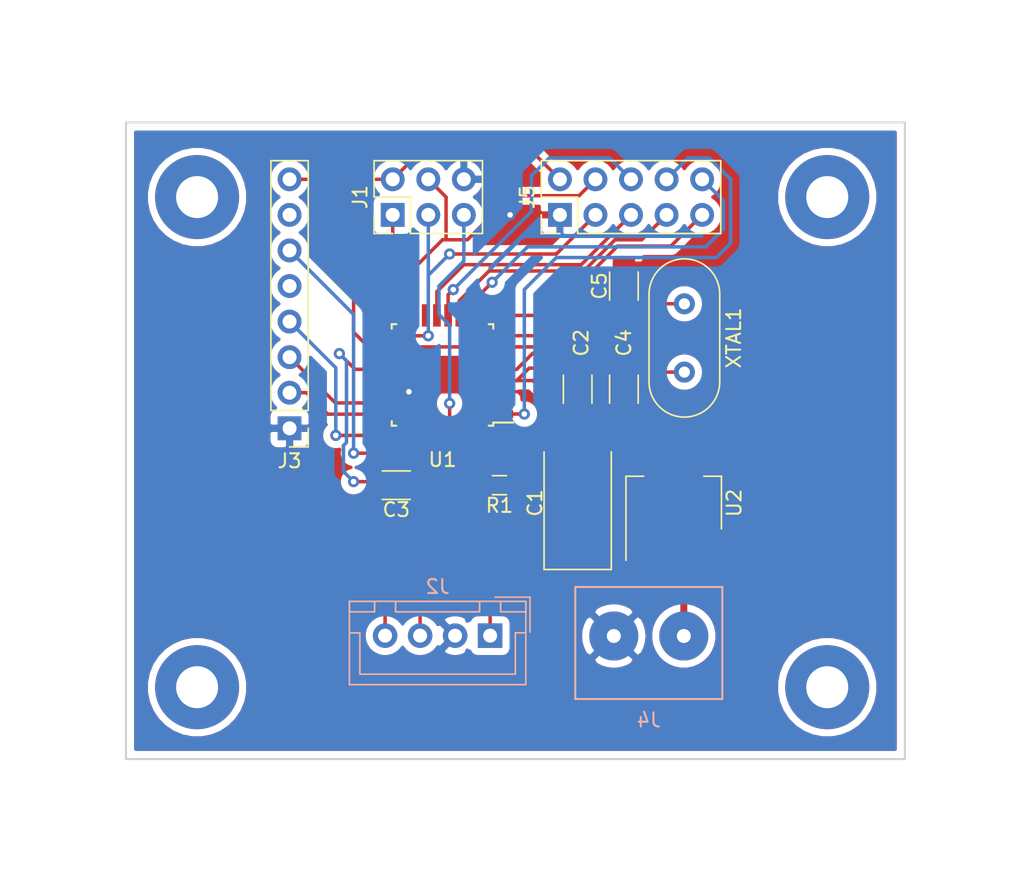
<source format=kicad_pcb>
(kicad_pcb (version 20171130) (host pcbnew "(5.1.5)-3")

  (general
    (thickness 1.6)
    (drawings 8)
    (tracks 177)
    (zones 0)
    (modules 18)
    (nets 32)
  )

  (page A4)
  (layers
    (0 F.Cu signal)
    (31 B.Cu signal)
    (32 B.Adhes user)
    (33 F.Adhes user)
    (34 B.Paste user)
    (35 F.Paste user)
    (36 B.SilkS user)
    (37 F.SilkS user)
    (38 B.Mask user)
    (39 F.Mask user)
    (40 Dwgs.User user)
    (41 Cmts.User user)
    (42 Eco1.User user)
    (43 Eco2.User user)
    (44 Edge.Cuts user)
    (45 Margin user)
    (46 B.CrtYd user)
    (47 F.CrtYd user)
    (48 B.Fab user)
    (49 F.Fab user)
  )

  (setup
    (last_trace_width 0.25)
    (user_trace_width 0.5)
    (trace_clearance 0.2)
    (zone_clearance 0.508)
    (zone_45_only yes)
    (trace_min 0.2)
    (via_size 0.8)
    (via_drill 0.4)
    (via_min_size 0.4)
    (via_min_drill 0.3)
    (uvia_size 0.3)
    (uvia_drill 0.1)
    (uvias_allowed no)
    (uvia_min_size 0.2)
    (uvia_min_drill 0.1)
    (edge_width 0.15)
    (segment_width 0.2)
    (pcb_text_width 0.3)
    (pcb_text_size 1.5 1.5)
    (mod_edge_width 0.15)
    (mod_text_size 1 1)
    (mod_text_width 0.15)
    (pad_size 6 6)
    (pad_drill 3)
    (pad_to_mask_clearance 0.051)
    (solder_mask_min_width 0.25)
    (aux_axis_origin 0 0)
    (visible_elements 7FFFFFFF)
    (pcbplotparams
      (layerselection 0x010f8_ffffffff)
      (usegerberextensions false)
      (usegerberattributes false)
      (usegerberadvancedattributes false)
      (creategerberjobfile false)
      (excludeedgelayer true)
      (linewidth 0.100000)
      (plotframeref false)
      (viasonmask false)
      (mode 1)
      (useauxorigin false)
      (hpglpennumber 1)
      (hpglpenspeed 20)
      (hpglpendiameter 15.000000)
      (psnegative false)
      (psa4output false)
      (plotreference true)
      (plotvalue true)
      (plotinvisibletext false)
      (padsonsilk false)
      (subtractmaskfromsilk false)
      (outputformat 1)
      (mirror false)
      (drillshape 0)
      (scaleselection 1)
      (outputdirectory "../plot/"))
  )

  (net 0 "")
  (net 1 GND)
  (net 2 "Net-(C3-Pad2)")
  (net 3 "Net-(C4-Pad1)")
  (net 4 "Net-(C5-Pad1)")
  (net 5 RST)
  (net 6 MOSI)
  (net 7 SCK)
  (net 8 MISO)
  (net 9 SCL)
  (net 10 SDA)
  (net 11 +3V3)
  (net 12 M-DIR)
  (net 13 M-PWM)
  (net 14 M-SLP)
  (net 15 "Net-(J3-Pad5)")
  (net 16 M-CS)
  (net 17 "Net-(J3-Pad7)")
  (net 18 +12V)
  (net 19 LCD-RST)
  (net 20 LCD-DC)
  (net 21 LCD-BL)
  (net 22 BTN-UP)
  (net 23 BTN-MENU)
  (net 24 BTN-DOWN)
  (net 25 "Net-(U1-Pad32)")
  (net 26 "Net-(U1-Pad31)")
  (net 27 "Net-(U1-Pad30)")
  (net 28 "Net-(U1-Pad22)")
  (net 29 "Net-(U1-Pad19)")
  (net 30 "Net-(U1-Pad14)")
  (net 31 "Net-(U1-Pad2)")

  (net_class Default "This is the default net class."
    (clearance 0.2)
    (trace_width 0.25)
    (via_dia 0.8)
    (via_drill 0.4)
    (uvia_dia 0.3)
    (uvia_drill 0.1)
    (add_net +12V)
    (add_net +3V3)
    (add_net BTN-DOWN)
    (add_net BTN-MENU)
    (add_net BTN-UP)
    (add_net GND)
    (add_net LCD-BL)
    (add_net LCD-DC)
    (add_net LCD-RST)
    (add_net M-CS)
    (add_net M-DIR)
    (add_net M-PWM)
    (add_net M-SLP)
    (add_net MISO)
    (add_net MOSI)
    (add_net "Net-(C3-Pad2)")
    (add_net "Net-(C4-Pad1)")
    (add_net "Net-(C5-Pad1)")
    (add_net "Net-(J3-Pad5)")
    (add_net "Net-(J3-Pad7)")
    (add_net "Net-(U1-Pad14)")
    (add_net "Net-(U1-Pad19)")
    (add_net "Net-(U1-Pad2)")
    (add_net "Net-(U1-Pad22)")
    (add_net "Net-(U1-Pad30)")
    (add_net "Net-(U1-Pad31)")
    (add_net "Net-(U1-Pad32)")
    (add_net RST)
    (add_net SCK)
    (add_net SCL)
    (add_net SDA)
  )

  (module Mounting_Holes:MountingHole_3mm_Pad (layer F.Cu) (tedit 56D1B4CB) (tstamp 5E30362F)
    (at 173.27 117.55)
    (descr "Mounting Hole 3mm")
    (tags "mounting hole 3mm")
    (attr virtual)
    (fp_text reference REF** (at 0 0.052) (layer F.SilkS) hide
      (effects (font (size 1 1) (thickness 0.15)))
    )
    (fp_text value - (at -0.042 -0.202) (layer F.Fab) hide
      (effects (font (size 1 1) (thickness 0.15)))
    )
    (fp_text user %R (at 0.3 0) (layer F.Fab)
      (effects (font (size 1 1) (thickness 0.15)))
    )
    (fp_circle (center 0 0) (end 3 0) (layer Cmts.User) (width 0.15))
    (fp_circle (center 0 0) (end 3.25 0) (layer F.CrtYd) (width 0.05))
    (pad 1 thru_hole circle (at 0 0) (size 6 6) (drill 3) (layers *.Cu *.Mask))
  )

  (module Mounting_Holes:MountingHole_3mm_Pad (layer F.Cu) (tedit 56D1B4CB) (tstamp 5E3035FA)
    (at 128.27 117.55)
    (descr "Mounting Hole 3mm")
    (tags "mounting hole 3mm")
    (attr virtual)
    (fp_text reference REF** (at 0 0.052) (layer F.SilkS) hide
      (effects (font (size 1 1) (thickness 0.15)))
    )
    (fp_text value - (at 0 0.052) (layer F.Fab) hide
      (effects (font (size 1 1) (thickness 0.15)))
    )
    (fp_text user %R (at 0.3 0) (layer F.Fab)
      (effects (font (size 1 1) (thickness 0.15)))
    )
    (fp_circle (center 0 0) (end 3 0) (layer Cmts.User) (width 0.15))
    (fp_circle (center 0 0) (end 3.25 0) (layer F.CrtYd) (width 0.05))
    (pad 1 thru_hole circle (at 0 0) (size 6 6) (drill 3) (layers *.Cu *.Mask))
  )

  (module Mounting_Holes:MountingHole_3mm_Pad (layer F.Cu) (tedit 56D1B4CB) (tstamp 5E3035BC)
    (at 128.27 82.55)
    (descr "Mounting Hole 3mm")
    (tags "mounting hole 3mm")
    (attr virtual)
    (fp_text reference REF** (at 0 0) (layer F.SilkS) hide
      (effects (font (size 1 1) (thickness 0.15)))
    )
    (fp_text value - (at 0 0) (layer F.Fab) hide
      (effects (font (size 1 1) (thickness 0.15)))
    )
    (fp_text user %R (at 0.3 0) (layer F.Fab)
      (effects (font (size 1 1) (thickness 0.15)))
    )
    (fp_circle (center 0 0) (end 3 0) (layer Cmts.User) (width 0.15))
    (fp_circle (center 0 0) (end 3.25 0) (layer F.CrtYd) (width 0.05))
    (pad 1 thru_hole circle (at 0 0) (size 6 6) (drill 3) (layers *.Cu *.Mask))
  )

  (module Mounting_Holes:MountingHole_3mm_Pad (layer F.Cu) (tedit 56D1B4CB) (tstamp 5E303510)
    (at 173.27 82.55)
    (descr "Mounting Hole 3mm")
    (tags "mounting hole 3mm")
    (attr virtual)
    (fp_text reference REF** (at -0.042 -0.254) (layer F.SilkS) hide
      (effects (font (size 1 1) (thickness 0.15)))
    )
    (fp_text value - (at -0.042 0) (layer F.Fab) hide
      (effects (font (size 1 1) (thickness 0.15)))
    )
    (fp_text user %R (at 0.3 0) (layer F.Fab)
      (effects (font (size 1 1) (thickness 0.15)))
    )
    (fp_circle (center 0 0) (end 3 0) (layer Cmts.User) (width 0.15))
    (fp_circle (center 0 0) (end 3.25 0) (layer F.CrtYd) (width 0.05))
    (pad 1 thru_hole circle (at 0 0) (size 6 6) (drill 3) (layers *.Cu *.Mask))
  )

  (module Pin_Headers:Pin_Header_Straight_2x05_Pitch2.54mm (layer F.Cu) (tedit 59650532) (tstamp 5E2FF3A3)
    (at 154.178 83.82 90)
    (descr "Through hole straight pin header, 2x05, 2.54mm pitch, double rows")
    (tags "Through hole pin header THT 2x05 2.54mm double row")
    (path /5E2FE0A5)
    (fp_text reference J5 (at 1.27 -2.33 90) (layer F.SilkS)
      (effects (font (size 1 1) (thickness 0.15)))
    )
    (fp_text value DM-Master (at 1.27 12.49 90) (layer F.Fab)
      (effects (font (size 1 1) (thickness 0.15)))
    )
    (fp_line (start 0 -1.27) (end 3.81 -1.27) (layer F.Fab) (width 0.1))
    (fp_line (start 3.81 -1.27) (end 3.81 11.43) (layer F.Fab) (width 0.1))
    (fp_line (start 3.81 11.43) (end -1.27 11.43) (layer F.Fab) (width 0.1))
    (fp_line (start -1.27 11.43) (end -1.27 0) (layer F.Fab) (width 0.1))
    (fp_line (start -1.27 0) (end 0 -1.27) (layer F.Fab) (width 0.1))
    (fp_line (start -1.33 11.49) (end 3.87 11.49) (layer F.SilkS) (width 0.12))
    (fp_line (start -1.33 1.27) (end -1.33 11.49) (layer F.SilkS) (width 0.12))
    (fp_line (start 3.87 -1.33) (end 3.87 11.49) (layer F.SilkS) (width 0.12))
    (fp_line (start -1.33 1.27) (end 1.27 1.27) (layer F.SilkS) (width 0.12))
    (fp_line (start 1.27 1.27) (end 1.27 -1.33) (layer F.SilkS) (width 0.12))
    (fp_line (start 1.27 -1.33) (end 3.87 -1.33) (layer F.SilkS) (width 0.12))
    (fp_line (start -1.33 0) (end -1.33 -1.33) (layer F.SilkS) (width 0.12))
    (fp_line (start -1.33 -1.33) (end 0 -1.33) (layer F.SilkS) (width 0.12))
    (fp_line (start -1.8 -1.8) (end -1.8 11.95) (layer F.CrtYd) (width 0.05))
    (fp_line (start -1.8 11.95) (end 4.35 11.95) (layer F.CrtYd) (width 0.05))
    (fp_line (start 4.35 11.95) (end 4.35 -1.8) (layer F.CrtYd) (width 0.05))
    (fp_line (start 4.35 -1.8) (end -1.8 -1.8) (layer F.CrtYd) (width 0.05))
    (fp_text user %R (at 1.27 5.08) (layer F.Fab)
      (effects (font (size 1 1) (thickness 0.15)))
    )
    (pad 1 thru_hole rect (at 0 0 90) (size 1.7 1.7) (drill 1) (layers *.Cu *.Mask)
      (net 1 GND))
    (pad 2 thru_hole oval (at 2.54 0 90) (size 1.7 1.7) (drill 1) (layers *.Cu *.Mask)
      (net 11 +3V3))
    (pad 3 thru_hole oval (at 0 2.54 90) (size 1.7 1.7) (drill 1) (layers *.Cu *.Mask)
      (net 7 SCK))
    (pad 4 thru_hole oval (at 2.54 2.54 90) (size 1.7 1.7) (drill 1) (layers *.Cu *.Mask)
      (net 6 MOSI))
    (pad 5 thru_hole oval (at 0 5.08 90) (size 1.7 1.7) (drill 1) (layers *.Cu *.Mask)
      (net 19 LCD-RST))
    (pad 6 thru_hole oval (at 2.54 5.08 90) (size 1.7 1.7) (drill 1) (layers *.Cu *.Mask)
      (net 20 LCD-DC))
    (pad 7 thru_hole oval (at 0 7.62 90) (size 1.7 1.7) (drill 1) (layers *.Cu *.Mask)
      (net 21 LCD-BL))
    (pad 8 thru_hole oval (at 2.54 7.62 90) (size 1.7 1.7) (drill 1) (layers *.Cu *.Mask)
      (net 22 BTN-UP))
    (pad 9 thru_hole oval (at 0 10.16 90) (size 1.7 1.7) (drill 1) (layers *.Cu *.Mask)
      (net 23 BTN-MENU))
    (pad 10 thru_hole oval (at 2.54 10.16 90) (size 1.7 1.7) (drill 1) (layers *.Cu *.Mask)
      (net 24 BTN-DOWN))
    (model ${KISYS3DMOD}/Pin_Headers.3dshapes/Pin_Header_Straight_2x05_Pitch2.54mm.wrl
      (at (xyz 0 0 0))
      (scale (xyz 1 1 1))
      (rotate (xyz 0 0 0))
    )
  )

  (module DeskControl:YT2099_2P_straight locked (layer B.Cu) (tedit 5E2FFBC8) (tstamp 5E2FF3A0)
    (at 160.528 113.8936 180)
    (path /5E2FAE20)
    (fp_text reference J4 (at 0 -6) (layer B.SilkS)
      (effects (font (size 1 1) (thickness 0.15)) (justify mirror))
    )
    (fp_text value PWR (at 0 5) (layer B.Fab)
      (effects (font (size 1 1) (thickness 0.15)) (justify mirror))
    )
    (fp_line (start -5.25 -4.5) (end -5.25 3.5) (layer B.SilkS) (width 0.15))
    (fp_line (start 5.25 -4.5) (end -5.25 -4.5) (layer B.SilkS) (width 0.15))
    (fp_line (start 5.25 3.5) (end 5.25 -4.5) (layer B.SilkS) (width 0.15))
    (fp_line (start -5.25 3.5) (end 5.25 3.5) (layer B.SilkS) (width 0.15))
    (pad 2 thru_hole circle (at 2.5 0 180) (size 3.5 3.5) (drill 1) (layers *.Cu *.Mask)
      (net 1 GND))
    (pad 1 thru_hole circle (at -2.5 0 180) (size 3.5 3.5) (drill 1) (layers *.Cu *.Mask)
      (net 18 +12V))
  )

  (module TO_SOT_Packages_SMD:SOT-223-3_TabPin2 (layer F.Cu) (tedit 58CE4E7E) (tstamp 5E3010B7)
    (at 162.306 104.394 90)
    (descr "module CMS SOT223 4 pins")
    (tags "CMS SOT")
    (path /5E364C51)
    (attr smd)
    (fp_text reference U2 (at 0 4.318 90) (layer F.SilkS)
      (effects (font (size 1 1) (thickness 0.15)))
    )
    (fp_text value AMS1117-3.3 (at 0 4.5 90) (layer F.Fab)
      (effects (font (size 1 1) (thickness 0.15)))
    )
    (fp_text user %R (at 0 0) (layer F.Fab)
      (effects (font (size 0.8 0.8) (thickness 0.12)))
    )
    (fp_line (start 1.91 3.41) (end 1.91 2.15) (layer F.SilkS) (width 0.12))
    (fp_line (start 1.91 -3.41) (end 1.91 -2.15) (layer F.SilkS) (width 0.12))
    (fp_line (start 4.4 -3.6) (end -4.4 -3.6) (layer F.CrtYd) (width 0.05))
    (fp_line (start 4.4 3.6) (end 4.4 -3.6) (layer F.CrtYd) (width 0.05))
    (fp_line (start -4.4 3.6) (end 4.4 3.6) (layer F.CrtYd) (width 0.05))
    (fp_line (start -4.4 -3.6) (end -4.4 3.6) (layer F.CrtYd) (width 0.05))
    (fp_line (start -1.85 -2.35) (end -0.85 -3.35) (layer F.Fab) (width 0.1))
    (fp_line (start -1.85 -2.35) (end -1.85 3.35) (layer F.Fab) (width 0.1))
    (fp_line (start -1.85 3.41) (end 1.91 3.41) (layer F.SilkS) (width 0.12))
    (fp_line (start -0.85 -3.35) (end 1.85 -3.35) (layer F.Fab) (width 0.1))
    (fp_line (start -4.1 -3.41) (end 1.91 -3.41) (layer F.SilkS) (width 0.12))
    (fp_line (start -1.85 3.35) (end 1.85 3.35) (layer F.Fab) (width 0.1))
    (fp_line (start 1.85 -3.35) (end 1.85 3.35) (layer F.Fab) (width 0.1))
    (pad 2 smd rect (at 3.15 0 90) (size 2 3.8) (layers F.Cu F.Paste F.Mask)
      (net 11 +3V3))
    (pad 2 smd rect (at -3.15 0 90) (size 2 1.5) (layers F.Cu F.Paste F.Mask)
      (net 11 +3V3))
    (pad 3 smd rect (at -3.15 2.3 90) (size 2 1.5) (layers F.Cu F.Paste F.Mask)
      (net 18 +12V))
    (pad 1 smd rect (at -3.15 -2.3 90) (size 2 1.5) (layers F.Cu F.Paste F.Mask)
      (net 1 GND))
    (model ${KISYS3DMOD}/TO_SOT_Packages_SMD.3dshapes/SOT-223.wrl
      (at (xyz 0 0 0))
      (scale (xyz 1 1 1))
      (rotate (xyz 0 0 0))
    )
  )

  (module Pin_Headers:Pin_Header_Straight_1x08_Pitch2.54mm (layer F.Cu) (tedit 59650532) (tstamp 5D755110)
    (at 134.874 99.06 180)
    (descr "Through hole straight pin header, 1x08, 2.54mm pitch, single row")
    (tags "Through hole pin header THT 1x08 2.54mm single row")
    (path /5D7651C5)
    (fp_text reference J3 (at 0 -2.33) (layer F.SilkS)
      (effects (font (size 1 1) (thickness 0.15)))
    )
    (fp_text value PoluluG2 (at 0 20.11) (layer F.Fab)
      (effects (font (size 1 1) (thickness 0.15)))
    )
    (fp_text user %R (at 0 8.89 90) (layer F.Fab)
      (effects (font (size 1 1) (thickness 0.15)))
    )
    (fp_line (start 1.8 -1.8) (end -1.8 -1.8) (layer F.CrtYd) (width 0.05))
    (fp_line (start 1.8 19.55) (end 1.8 -1.8) (layer F.CrtYd) (width 0.05))
    (fp_line (start -1.8 19.55) (end 1.8 19.55) (layer F.CrtYd) (width 0.05))
    (fp_line (start -1.8 -1.8) (end -1.8 19.55) (layer F.CrtYd) (width 0.05))
    (fp_line (start -1.33 -1.33) (end 0 -1.33) (layer F.SilkS) (width 0.12))
    (fp_line (start -1.33 0) (end -1.33 -1.33) (layer F.SilkS) (width 0.12))
    (fp_line (start -1.33 1.27) (end 1.33 1.27) (layer F.SilkS) (width 0.12))
    (fp_line (start 1.33 1.27) (end 1.33 19.11) (layer F.SilkS) (width 0.12))
    (fp_line (start -1.33 1.27) (end -1.33 19.11) (layer F.SilkS) (width 0.12))
    (fp_line (start -1.33 19.11) (end 1.33 19.11) (layer F.SilkS) (width 0.12))
    (fp_line (start -1.27 -0.635) (end -0.635 -1.27) (layer F.Fab) (width 0.1))
    (fp_line (start -1.27 19.05) (end -1.27 -0.635) (layer F.Fab) (width 0.1))
    (fp_line (start 1.27 19.05) (end -1.27 19.05) (layer F.Fab) (width 0.1))
    (fp_line (start 1.27 -1.27) (end 1.27 19.05) (layer F.Fab) (width 0.1))
    (fp_line (start -0.635 -1.27) (end 1.27 -1.27) (layer F.Fab) (width 0.1))
    (pad 8 thru_hole oval (at 0 17.78 180) (size 1.7 1.7) (drill 1) (layers *.Cu *.Mask)
      (net 11 +3V3))
    (pad 7 thru_hole oval (at 0 15.24 180) (size 1.7 1.7) (drill 1) (layers *.Cu *.Mask)
      (net 17 "Net-(J3-Pad7)"))
    (pad 6 thru_hole oval (at 0 12.7 180) (size 1.7 1.7) (drill 1) (layers *.Cu *.Mask)
      (net 16 M-CS))
    (pad 5 thru_hole oval (at 0 10.16 180) (size 1.7 1.7) (drill 1) (layers *.Cu *.Mask)
      (net 15 "Net-(J3-Pad5)"))
    (pad 4 thru_hole oval (at 0 7.62 180) (size 1.7 1.7) (drill 1) (layers *.Cu *.Mask)
      (net 14 M-SLP))
    (pad 3 thru_hole oval (at 0 5.08 180) (size 1.7 1.7) (drill 1) (layers *.Cu *.Mask)
      (net 13 M-PWM))
    (pad 2 thru_hole oval (at 0 2.54 180) (size 1.7 1.7) (drill 1) (layers *.Cu *.Mask)
      (net 12 M-DIR))
    (pad 1 thru_hole rect (at 0 0 180) (size 1.7 1.7) (drill 1) (layers *.Cu *.Mask)
      (net 1 GND))
    (model ${KISYS3DMOD}/Pin_Headers.3dshapes/Pin_Header_Straight_1x08_Pitch2.54mm.wrl
      (at (xyz 0 0 0))
      (scale (xyz 1 1 1))
      (rotate (xyz 0 0 0))
    )
  )

  (module Connectors_JST:JST_XH_B04B-XH-A_04x2.50mm_Straight locked (layer B.Cu) (tedit 58EAE7F0) (tstamp 5D7550F8)
    (at 149.1958 113.8682 180)
    (descr "JST XH series connector, B04B-XH-A, top entry type, through hole")
    (tags "connector jst xh tht top vertical 2.50mm")
    (path /5D753B7C)
    (fp_text reference J2 (at 3.75 3.5) (layer B.SilkS)
      (effects (font (size 1 1) (thickness 0.15)) (justify mirror))
    )
    (fp_text value VL54L0X (at 3.75 -4.5) (layer B.Fab)
      (effects (font (size 1 1) (thickness 0.15)) (justify mirror))
    )
    (fp_text user %R (at 3.75 -2.5) (layer B.Fab)
      (effects (font (size 1 1) (thickness 0.15)) (justify mirror))
    )
    (fp_line (start -2.85 2.75) (end -2.85 0.25) (layer B.Fab) (width 0.1))
    (fp_line (start -0.35 2.75) (end -2.85 2.75) (layer B.Fab) (width 0.1))
    (fp_line (start -2.85 2.75) (end -2.85 0.25) (layer B.SilkS) (width 0.12))
    (fp_line (start -0.35 2.75) (end -2.85 2.75) (layer B.SilkS) (width 0.12))
    (fp_line (start 9.3 -2.75) (end 3.75 -2.75) (layer B.SilkS) (width 0.12))
    (fp_line (start 9.3 0.2) (end 9.3 -2.75) (layer B.SilkS) (width 0.12))
    (fp_line (start 10.05 0.2) (end 9.3 0.2) (layer B.SilkS) (width 0.12))
    (fp_line (start -1.8 -2.75) (end 3.75 -2.75) (layer B.SilkS) (width 0.12))
    (fp_line (start -1.8 0.2) (end -1.8 -2.75) (layer B.SilkS) (width 0.12))
    (fp_line (start -2.55 0.2) (end -1.8 0.2) (layer B.SilkS) (width 0.12))
    (fp_line (start 10.05 2.45) (end 8.25 2.45) (layer B.SilkS) (width 0.12))
    (fp_line (start 10.05 1.7) (end 10.05 2.45) (layer B.SilkS) (width 0.12))
    (fp_line (start 8.25 1.7) (end 10.05 1.7) (layer B.SilkS) (width 0.12))
    (fp_line (start 8.25 2.45) (end 8.25 1.7) (layer B.SilkS) (width 0.12))
    (fp_line (start -0.75 2.45) (end -2.55 2.45) (layer B.SilkS) (width 0.12))
    (fp_line (start -0.75 1.7) (end -0.75 2.45) (layer B.SilkS) (width 0.12))
    (fp_line (start -2.55 1.7) (end -0.75 1.7) (layer B.SilkS) (width 0.12))
    (fp_line (start -2.55 2.45) (end -2.55 1.7) (layer B.SilkS) (width 0.12))
    (fp_line (start 6.75 2.45) (end 0.75 2.45) (layer B.SilkS) (width 0.12))
    (fp_line (start 6.75 1.7) (end 6.75 2.45) (layer B.SilkS) (width 0.12))
    (fp_line (start 0.75 1.7) (end 6.75 1.7) (layer B.SilkS) (width 0.12))
    (fp_line (start 0.75 2.45) (end 0.75 1.7) (layer B.SilkS) (width 0.12))
    (fp_line (start 10.05 2.45) (end -2.55 2.45) (layer B.SilkS) (width 0.12))
    (fp_line (start 10.05 -3.5) (end 10.05 2.45) (layer B.SilkS) (width 0.12))
    (fp_line (start -2.55 -3.5) (end 10.05 -3.5) (layer B.SilkS) (width 0.12))
    (fp_line (start -2.55 2.45) (end -2.55 -3.5) (layer B.SilkS) (width 0.12))
    (fp_line (start 10.45 2.85) (end -2.95 2.85) (layer B.CrtYd) (width 0.05))
    (fp_line (start 10.45 -3.9) (end 10.45 2.85) (layer B.CrtYd) (width 0.05))
    (fp_line (start -2.95 -3.9) (end 10.45 -3.9) (layer B.CrtYd) (width 0.05))
    (fp_line (start -2.95 2.85) (end -2.95 -3.9) (layer B.CrtYd) (width 0.05))
    (fp_line (start 9.95 2.35) (end -2.45 2.35) (layer B.Fab) (width 0.1))
    (fp_line (start 9.95 -3.4) (end 9.95 2.35) (layer B.Fab) (width 0.1))
    (fp_line (start -2.45 -3.4) (end 9.95 -3.4) (layer B.Fab) (width 0.1))
    (fp_line (start -2.45 2.35) (end -2.45 -3.4) (layer B.Fab) (width 0.1))
    (pad 4 thru_hole circle (at 7.5 0 180) (size 1.75 1.75) (drill 1) (layers *.Cu *.Mask)
      (net 10 SDA))
    (pad 3 thru_hole circle (at 5 0 180) (size 1.75 1.75) (drill 1) (layers *.Cu *.Mask)
      (net 9 SCL))
    (pad 2 thru_hole circle (at 2.5 0 180) (size 1.75 1.75) (drill 1) (layers *.Cu *.Mask)
      (net 1 GND))
    (pad 1 thru_hole rect (at 0 0 180) (size 1.75 1.75) (drill 1) (layers *.Cu *.Mask)
      (net 11 +3V3))
    (model Connectors_JST.3dshapes/JST_XH_B04B-XH-A_04x2.50mm_Straight.wrl
      (at (xyz 0 0 0))
      (scale (xyz 1 1 1))
      (rotate (xyz 0 0 0))
    )
  )

  (module Capacitors_Tantalum_SMD:CP_Tantalum_Case-D_EIA-7343-31_Reflow (layer F.Cu) (tedit 58CC8C08) (tstamp 5D755080)
    (at 155.448 104.394 90)
    (descr "Tantalum capacitor, Case D, EIA 7343-31, 7.3x4.3x2.8mm, Reflow soldering footprint")
    (tags "capacitor tantalum smd")
    (path /5D75463E)
    (attr smd)
    (fp_text reference C1 (at 0 -3.048 270) (layer F.SilkS)
      (effects (font (size 1 1) (thickness 0.15)))
    )
    (fp_text value 10uF (at 0 3.9 270) (layer F.Fab)
      (effects (font (size 1 1) (thickness 0.15)))
    )
    (fp_line (start -4.75 -2.4) (end -4.75 2.4) (layer F.SilkS) (width 0.12))
    (fp_line (start -4.75 2.4) (end 3.65 2.4) (layer F.SilkS) (width 0.12))
    (fp_line (start -4.75 -2.4) (end 3.65 -2.4) (layer F.SilkS) (width 0.12))
    (fp_line (start -2.555 -2.15) (end -2.555 2.15) (layer F.Fab) (width 0.1))
    (fp_line (start -2.92 -2.15) (end -2.92 2.15) (layer F.Fab) (width 0.1))
    (fp_line (start 3.65 -2.15) (end -3.65 -2.15) (layer F.Fab) (width 0.1))
    (fp_line (start 3.65 2.15) (end 3.65 -2.15) (layer F.Fab) (width 0.1))
    (fp_line (start -3.65 2.15) (end 3.65 2.15) (layer F.Fab) (width 0.1))
    (fp_line (start -3.65 -2.15) (end -3.65 2.15) (layer F.Fab) (width 0.1))
    (fp_line (start 4.85 -2.5) (end -4.85 -2.5) (layer F.CrtYd) (width 0.05))
    (fp_line (start 4.85 2.5) (end 4.85 -2.5) (layer F.CrtYd) (width 0.05))
    (fp_line (start -4.85 2.5) (end 4.85 2.5) (layer F.CrtYd) (width 0.05))
    (fp_line (start -4.85 -2.5) (end -4.85 2.5) (layer F.CrtYd) (width 0.05))
    (fp_text user %R (at 0 0 270) (layer F.Fab)
      (effects (font (size 1 1) (thickness 0.15)))
    )
    (pad 2 smd rect (at 3.175 0 90) (size 2.55 2.7) (layers F.Cu F.Paste F.Mask)
      (net 11 +3V3))
    (pad 1 smd rect (at -3.175 0 90) (size 2.55 2.7) (layers F.Cu F.Paste F.Mask)
      (net 1 GND))
    (model Capacitors_Tantalum_SMD.3dshapes/CP_Tantalum_Case-D_EIA-7343-31.wrl
      (at (xyz 0 0 0))
      (scale (xyz 1 1 1))
      (rotate (xyz 0 0 0))
    )
  )

  (module Capacitors_SMD:C_1206 (layer F.Cu) (tedit 58AA84B8) (tstamp 5D755091)
    (at 155.448 96.266 90)
    (descr "Capacitor SMD 1206, reflow soldering, AVX (see smccp.pdf)")
    (tags "capacitor 1206")
    (path /5D7545D2)
    (attr smd)
    (fp_text reference C2 (at 3.302 0.254 90) (layer F.SilkS)
      (effects (font (size 1 1) (thickness 0.15)))
    )
    (fp_text value 100nF (at 0 2 90) (layer F.Fab)
      (effects (font (size 1 1) (thickness 0.15)))
    )
    (fp_text user %R (at 0 -1.75 90) (layer F.Fab)
      (effects (font (size 1 1) (thickness 0.15)))
    )
    (fp_line (start -1.6 0.8) (end -1.6 -0.8) (layer F.Fab) (width 0.1))
    (fp_line (start 1.6 0.8) (end -1.6 0.8) (layer F.Fab) (width 0.1))
    (fp_line (start 1.6 -0.8) (end 1.6 0.8) (layer F.Fab) (width 0.1))
    (fp_line (start -1.6 -0.8) (end 1.6 -0.8) (layer F.Fab) (width 0.1))
    (fp_line (start 1 -1.02) (end -1 -1.02) (layer F.SilkS) (width 0.12))
    (fp_line (start -1 1.02) (end 1 1.02) (layer F.SilkS) (width 0.12))
    (fp_line (start -2.25 -1.05) (end 2.25 -1.05) (layer F.CrtYd) (width 0.05))
    (fp_line (start -2.25 -1.05) (end -2.25 1.05) (layer F.CrtYd) (width 0.05))
    (fp_line (start 2.25 1.05) (end 2.25 -1.05) (layer F.CrtYd) (width 0.05))
    (fp_line (start 2.25 1.05) (end -2.25 1.05) (layer F.CrtYd) (width 0.05))
    (pad 1 smd rect (at -1.5 0 90) (size 1 1.6) (layers F.Cu F.Paste F.Mask)
      (net 1 GND))
    (pad 2 smd rect (at 1.5 0 90) (size 1 1.6) (layers F.Cu F.Paste F.Mask)
      (net 11 +3V3))
    (model Capacitors_SMD.3dshapes/C_1206.wrl
      (at (xyz 0 0 0))
      (scale (xyz 1 1 1))
      (rotate (xyz 0 0 0))
    )
  )

  (module Capacitors_SMD:C_1206 (layer F.Cu) (tedit 58AA84B8) (tstamp 5D7550A2)
    (at 142.494 103.124 180)
    (descr "Capacitor SMD 1206, reflow soldering, AVX (see smccp.pdf)")
    (tags "capacitor 1206")
    (path /5D754323)
    (attr smd)
    (fp_text reference C3 (at 0 -1.75) (layer F.SilkS)
      (effects (font (size 1 1) (thickness 0.15)))
    )
    (fp_text value 100nF (at 0 2) (layer F.Fab)
      (effects (font (size 1 1) (thickness 0.15)))
    )
    (fp_line (start 2.25 1.05) (end -2.25 1.05) (layer F.CrtYd) (width 0.05))
    (fp_line (start 2.25 1.05) (end 2.25 -1.05) (layer F.CrtYd) (width 0.05))
    (fp_line (start -2.25 -1.05) (end -2.25 1.05) (layer F.CrtYd) (width 0.05))
    (fp_line (start -2.25 -1.05) (end 2.25 -1.05) (layer F.CrtYd) (width 0.05))
    (fp_line (start -1 1.02) (end 1 1.02) (layer F.SilkS) (width 0.12))
    (fp_line (start 1 -1.02) (end -1 -1.02) (layer F.SilkS) (width 0.12))
    (fp_line (start -1.6 -0.8) (end 1.6 -0.8) (layer F.Fab) (width 0.1))
    (fp_line (start 1.6 -0.8) (end 1.6 0.8) (layer F.Fab) (width 0.1))
    (fp_line (start 1.6 0.8) (end -1.6 0.8) (layer F.Fab) (width 0.1))
    (fp_line (start -1.6 0.8) (end -1.6 -0.8) (layer F.Fab) (width 0.1))
    (fp_text user %R (at 0 -1.75) (layer F.Fab)
      (effects (font (size 1 1) (thickness 0.15)))
    )
    (pad 2 smd rect (at 1.5 0 180) (size 1 1.6) (layers F.Cu F.Paste F.Mask)
      (net 2 "Net-(C3-Pad2)"))
    (pad 1 smd rect (at -1.5 0 180) (size 1 1.6) (layers F.Cu F.Paste F.Mask)
      (net 1 GND))
    (model Capacitors_SMD.3dshapes/C_1206.wrl
      (at (xyz 0 0 0))
      (scale (xyz 1 1 1))
      (rotate (xyz 0 0 0))
    )
  )

  (module Capacitors_SMD:C_1206 (layer F.Cu) (tedit 58AA84B8) (tstamp 5D7550B3)
    (at 158.75 96.266 270)
    (descr "Capacitor SMD 1206, reflow soldering, AVX (see smccp.pdf)")
    (tags "capacitor 1206")
    (path /5D75696A)
    (attr smd)
    (fp_text reference C4 (at -3.302 0 90) (layer F.SilkS)
      (effects (font (size 1 1) (thickness 0.15)))
    )
    (fp_text value 33pF (at 0 2 90) (layer F.Fab)
      (effects (font (size 1 1) (thickness 0.15)))
    )
    (fp_line (start 2.25 1.05) (end -2.25 1.05) (layer F.CrtYd) (width 0.05))
    (fp_line (start 2.25 1.05) (end 2.25 -1.05) (layer F.CrtYd) (width 0.05))
    (fp_line (start -2.25 -1.05) (end -2.25 1.05) (layer F.CrtYd) (width 0.05))
    (fp_line (start -2.25 -1.05) (end 2.25 -1.05) (layer F.CrtYd) (width 0.05))
    (fp_line (start -1 1.02) (end 1 1.02) (layer F.SilkS) (width 0.12))
    (fp_line (start 1 -1.02) (end -1 -1.02) (layer F.SilkS) (width 0.12))
    (fp_line (start -1.6 -0.8) (end 1.6 -0.8) (layer F.Fab) (width 0.1))
    (fp_line (start 1.6 -0.8) (end 1.6 0.8) (layer F.Fab) (width 0.1))
    (fp_line (start 1.6 0.8) (end -1.6 0.8) (layer F.Fab) (width 0.1))
    (fp_line (start -1.6 0.8) (end -1.6 -0.8) (layer F.Fab) (width 0.1))
    (fp_text user %R (at 0 -1.75 90) (layer F.Fab)
      (effects (font (size 1 1) (thickness 0.15)))
    )
    (pad 2 smd rect (at 1.5 0 270) (size 1 1.6) (layers F.Cu F.Paste F.Mask)
      (net 1 GND))
    (pad 1 smd rect (at -1.5 0 270) (size 1 1.6) (layers F.Cu F.Paste F.Mask)
      (net 3 "Net-(C4-Pad1)"))
    (model Capacitors_SMD.3dshapes/C_1206.wrl
      (at (xyz 0 0 0))
      (scale (xyz 1 1 1))
      (rotate (xyz 0 0 0))
    )
  )

  (module Capacitors_SMD:C_1206 (layer F.Cu) (tedit 58AA84B8) (tstamp 5D7550C4)
    (at 158.75 88.9 90)
    (descr "Capacitor SMD 1206, reflow soldering, AVX (see smccp.pdf)")
    (tags "capacitor 1206")
    (path /5D756A0E)
    (attr smd)
    (fp_text reference C5 (at 0 -1.75 270) (layer F.SilkS)
      (effects (font (size 1 1) (thickness 0.15)))
    )
    (fp_text value 33pF (at 0 2 270) (layer F.Fab)
      (effects (font (size 1 1) (thickness 0.15)))
    )
    (fp_text user %R (at 0 -1.75 270) (layer F.Fab)
      (effects (font (size 1 1) (thickness 0.15)))
    )
    (fp_line (start -1.6 0.8) (end -1.6 -0.8) (layer F.Fab) (width 0.1))
    (fp_line (start 1.6 0.8) (end -1.6 0.8) (layer F.Fab) (width 0.1))
    (fp_line (start 1.6 -0.8) (end 1.6 0.8) (layer F.Fab) (width 0.1))
    (fp_line (start -1.6 -0.8) (end 1.6 -0.8) (layer F.Fab) (width 0.1))
    (fp_line (start 1 -1.02) (end -1 -1.02) (layer F.SilkS) (width 0.12))
    (fp_line (start -1 1.02) (end 1 1.02) (layer F.SilkS) (width 0.12))
    (fp_line (start -2.25 -1.05) (end 2.25 -1.05) (layer F.CrtYd) (width 0.05))
    (fp_line (start -2.25 -1.05) (end -2.25 1.05) (layer F.CrtYd) (width 0.05))
    (fp_line (start 2.25 1.05) (end 2.25 -1.05) (layer F.CrtYd) (width 0.05))
    (fp_line (start 2.25 1.05) (end -2.25 1.05) (layer F.CrtYd) (width 0.05))
    (pad 1 smd rect (at -1.5 0 90) (size 1 1.6) (layers F.Cu F.Paste F.Mask)
      (net 4 "Net-(C5-Pad1)"))
    (pad 2 smd rect (at 1.5 0 90) (size 1 1.6) (layers F.Cu F.Paste F.Mask)
      (net 1 GND))
    (model Capacitors_SMD.3dshapes/C_1206.wrl
      (at (xyz 0 0 0))
      (scale (xyz 1 1 1))
      (rotate (xyz 0 0 0))
    )
  )

  (module Pin_Headers:Pin_Header_Straight_2x03_Pitch2.54mm (layer F.Cu) (tedit 59650532) (tstamp 5D7550E0)
    (at 142.24 83.82 90)
    (descr "Through hole straight pin header, 2x03, 2.54mm pitch, double rows")
    (tags "Through hole pin header THT 2x03 2.54mm double row")
    (path /5D753DE7)
    (fp_text reference J1 (at 1.27 -2.33 90) (layer F.SilkS)
      (effects (font (size 1 1) (thickness 0.15)))
    )
    (fp_text value PROG (at 1.27 7.41 90) (layer F.Fab)
      (effects (font (size 1 1) (thickness 0.15)))
    )
    (fp_text user %R (at 1.27 2.54) (layer F.Fab)
      (effects (font (size 1 1) (thickness 0.15)))
    )
    (fp_line (start 4.35 -1.8) (end -1.8 -1.8) (layer F.CrtYd) (width 0.05))
    (fp_line (start 4.35 6.85) (end 4.35 -1.8) (layer F.CrtYd) (width 0.05))
    (fp_line (start -1.8 6.85) (end 4.35 6.85) (layer F.CrtYd) (width 0.05))
    (fp_line (start -1.8 -1.8) (end -1.8 6.85) (layer F.CrtYd) (width 0.05))
    (fp_line (start -1.33 -1.33) (end 0 -1.33) (layer F.SilkS) (width 0.12))
    (fp_line (start -1.33 0) (end -1.33 -1.33) (layer F.SilkS) (width 0.12))
    (fp_line (start 1.27 -1.33) (end 3.87 -1.33) (layer F.SilkS) (width 0.12))
    (fp_line (start 1.27 1.27) (end 1.27 -1.33) (layer F.SilkS) (width 0.12))
    (fp_line (start -1.33 1.27) (end 1.27 1.27) (layer F.SilkS) (width 0.12))
    (fp_line (start 3.87 -1.33) (end 3.87 6.41) (layer F.SilkS) (width 0.12))
    (fp_line (start -1.33 1.27) (end -1.33 6.41) (layer F.SilkS) (width 0.12))
    (fp_line (start -1.33 6.41) (end 3.87 6.41) (layer F.SilkS) (width 0.12))
    (fp_line (start -1.27 0) (end 0 -1.27) (layer F.Fab) (width 0.1))
    (fp_line (start -1.27 6.35) (end -1.27 0) (layer F.Fab) (width 0.1))
    (fp_line (start 3.81 6.35) (end -1.27 6.35) (layer F.Fab) (width 0.1))
    (fp_line (start 3.81 -1.27) (end 3.81 6.35) (layer F.Fab) (width 0.1))
    (fp_line (start 0 -1.27) (end 3.81 -1.27) (layer F.Fab) (width 0.1))
    (pad 6 thru_hole oval (at 2.54 5.08 90) (size 1.7 1.7) (drill 1) (layers *.Cu *.Mask)
      (net 1 GND))
    (pad 5 thru_hole oval (at 0 5.08 90) (size 1.7 1.7) (drill 1) (layers *.Cu *.Mask)
      (net 5 RST))
    (pad 4 thru_hole oval (at 2.54 2.54 90) (size 1.7 1.7) (drill 1) (layers *.Cu *.Mask)
      (net 6 MOSI))
    (pad 3 thru_hole oval (at 0 2.54 90) (size 1.7 1.7) (drill 1) (layers *.Cu *.Mask)
      (net 7 SCK))
    (pad 2 thru_hole oval (at 2.54 0 90) (size 1.7 1.7) (drill 1) (layers *.Cu *.Mask)
      (net 11 +3V3))
    (pad 1 thru_hole rect (at 0 0 90) (size 1.7 1.7) (drill 1) (layers *.Cu *.Mask)
      (net 8 MISO))
    (model ${KISYS3DMOD}/Pin_Headers.3dshapes/Pin_Header_Straight_2x03_Pitch2.54mm.wrl
      (at (xyz 0 0 0))
      (scale (xyz 1 1 1))
      (rotate (xyz 0 0 0))
    )
  )

  (module Resistors_SMD:R_0603 (layer F.Cu) (tedit 58E0A804) (tstamp 5D755121)
    (at 149.86 103.124 180)
    (descr "Resistor SMD 0603, reflow soldering, Vishay (see dcrcw.pdf)")
    (tags "resistor 0603")
    (path /5D758534)
    (attr smd)
    (fp_text reference R1 (at 0 -1.45) (layer F.SilkS)
      (effects (font (size 1 1) (thickness 0.15)))
    )
    (fp_text value 10k (at 0 1.5) (layer F.Fab)
      (effects (font (size 1 1) (thickness 0.15)))
    )
    (fp_line (start 1.25 0.7) (end -1.25 0.7) (layer F.CrtYd) (width 0.05))
    (fp_line (start 1.25 0.7) (end 1.25 -0.7) (layer F.CrtYd) (width 0.05))
    (fp_line (start -1.25 -0.7) (end -1.25 0.7) (layer F.CrtYd) (width 0.05))
    (fp_line (start -1.25 -0.7) (end 1.25 -0.7) (layer F.CrtYd) (width 0.05))
    (fp_line (start -0.5 -0.68) (end 0.5 -0.68) (layer F.SilkS) (width 0.12))
    (fp_line (start 0.5 0.68) (end -0.5 0.68) (layer F.SilkS) (width 0.12))
    (fp_line (start -0.8 -0.4) (end 0.8 -0.4) (layer F.Fab) (width 0.1))
    (fp_line (start 0.8 -0.4) (end 0.8 0.4) (layer F.Fab) (width 0.1))
    (fp_line (start 0.8 0.4) (end -0.8 0.4) (layer F.Fab) (width 0.1))
    (fp_line (start -0.8 0.4) (end -0.8 -0.4) (layer F.Fab) (width 0.1))
    (fp_text user %R (at 0 0) (layer F.Fab)
      (effects (font (size 0.4 0.4) (thickness 0.075)))
    )
    (pad 2 smd rect (at 0.75 0 180) (size 0.5 0.9) (layers F.Cu F.Paste F.Mask)
      (net 5 RST))
    (pad 1 smd rect (at -0.75 0 180) (size 0.5 0.9) (layers F.Cu F.Paste F.Mask)
      (net 11 +3V3))
    (model ${KISYS3DMOD}/Resistors_SMD.3dshapes/R_0603.wrl
      (at (xyz 0 0 0))
      (scale (xyz 1 1 1))
      (rotate (xyz 0 0 0))
    )
  )

  (module Crystals:Crystal_HC49-U_Vertical (layer F.Cu) (tedit 58CD2E9C) (tstamp 5D755177)
    (at 163.068 90.17 270)
    (descr "Crystal THT HC-49/U http://5hertz.com/pdfs/04404_D.pdf")
    (tags "THT crystalHC-49/U")
    (path /5D756FAB)
    (fp_text reference XTAL1 (at 2.44 -3.525 90) (layer F.SilkS)
      (effects (font (size 1 1) (thickness 0.15)))
    )
    (fp_text value "16 Mhz" (at 2.44 3.525 90) (layer F.Fab)
      (effects (font (size 1 1) (thickness 0.15)))
    )
    (fp_arc (start 5.565 0) (end 5.565 -2.525) (angle 180) (layer F.SilkS) (width 0.12))
    (fp_arc (start -0.685 0) (end -0.685 -2.525) (angle -180) (layer F.SilkS) (width 0.12))
    (fp_arc (start 5.44 0) (end 5.44 -2) (angle 180) (layer F.Fab) (width 0.1))
    (fp_arc (start -0.56 0) (end -0.56 -2) (angle -180) (layer F.Fab) (width 0.1))
    (fp_arc (start 5.565 0) (end 5.565 -2.325) (angle 180) (layer F.Fab) (width 0.1))
    (fp_arc (start -0.685 0) (end -0.685 -2.325) (angle -180) (layer F.Fab) (width 0.1))
    (fp_line (start 8.4 -2.8) (end -3.5 -2.8) (layer F.CrtYd) (width 0.05))
    (fp_line (start 8.4 2.8) (end 8.4 -2.8) (layer F.CrtYd) (width 0.05))
    (fp_line (start -3.5 2.8) (end 8.4 2.8) (layer F.CrtYd) (width 0.05))
    (fp_line (start -3.5 -2.8) (end -3.5 2.8) (layer F.CrtYd) (width 0.05))
    (fp_line (start -0.685 2.525) (end 5.565 2.525) (layer F.SilkS) (width 0.12))
    (fp_line (start -0.685 -2.525) (end 5.565 -2.525) (layer F.SilkS) (width 0.12))
    (fp_line (start -0.56 2) (end 5.44 2) (layer F.Fab) (width 0.1))
    (fp_line (start -0.56 -2) (end 5.44 -2) (layer F.Fab) (width 0.1))
    (fp_line (start -0.685 2.325) (end 5.565 2.325) (layer F.Fab) (width 0.1))
    (fp_line (start -0.685 -2.325) (end 5.565 -2.325) (layer F.Fab) (width 0.1))
    (fp_text user %R (at 2.44 0 90) (layer F.Fab)
      (effects (font (size 1 1) (thickness 0.15)))
    )
    (pad 2 thru_hole circle (at 4.88 0 270) (size 1.5 1.5) (drill 0.8) (layers *.Cu *.Mask)
      (net 3 "Net-(C4-Pad1)"))
    (pad 1 thru_hole circle (at 0 0 270) (size 1.5 1.5) (drill 0.8) (layers *.Cu *.Mask)
      (net 4 "Net-(C5-Pad1)"))
    (model ${KISYS3DMOD}/Crystals.3dshapes/Crystal_HC49-U_Vertical.wrl
      (at (xyz 0 0 0))
      (scale (xyz 0.393701 0.393701 0.393701))
      (rotate (xyz 0 0 0))
    )
  )

  (module Housings_QFP:TQFP-32_7x7mm_Pitch0.8mm (layer F.Cu) (tedit 58CC9A48) (tstamp 5D7558F7)
    (at 145.796 95.25 180)
    (descr "32-Lead Plastic Thin Quad Flatpack (PT) - 7x7x1.0 mm Body, 2.00 mm [TQFP] (see Microchip Packaging Specification 00000049BS.pdf)")
    (tags "QFP 0.8")
    (path /5D753A97)
    (attr smd)
    (fp_text reference U1 (at 0 -6.05) (layer F.SilkS)
      (effects (font (size 1 1) (thickness 0.15)))
    )
    (fp_text value ATmega328-AU (at 0 6.05) (layer F.Fab)
      (effects (font (size 1 1) (thickness 0.15)))
    )
    (fp_text user %R (at 0 0) (layer F.Fab)
      (effects (font (size 1 1) (thickness 0.15)))
    )
    (fp_line (start -2.5 -3.5) (end 3.5 -3.5) (layer F.Fab) (width 0.15))
    (fp_line (start 3.5 -3.5) (end 3.5 3.5) (layer F.Fab) (width 0.15))
    (fp_line (start 3.5 3.5) (end -3.5 3.5) (layer F.Fab) (width 0.15))
    (fp_line (start -3.5 3.5) (end -3.5 -2.5) (layer F.Fab) (width 0.15))
    (fp_line (start -3.5 -2.5) (end -2.5 -3.5) (layer F.Fab) (width 0.15))
    (fp_line (start -5.3 -5.3) (end -5.3 5.3) (layer F.CrtYd) (width 0.05))
    (fp_line (start 5.3 -5.3) (end 5.3 5.3) (layer F.CrtYd) (width 0.05))
    (fp_line (start -5.3 -5.3) (end 5.3 -5.3) (layer F.CrtYd) (width 0.05))
    (fp_line (start -5.3 5.3) (end 5.3 5.3) (layer F.CrtYd) (width 0.05))
    (fp_line (start -3.625 -3.625) (end -3.625 -3.4) (layer F.SilkS) (width 0.15))
    (fp_line (start 3.625 -3.625) (end 3.625 -3.3) (layer F.SilkS) (width 0.15))
    (fp_line (start 3.625 3.625) (end 3.625 3.3) (layer F.SilkS) (width 0.15))
    (fp_line (start -3.625 3.625) (end -3.625 3.3) (layer F.SilkS) (width 0.15))
    (fp_line (start -3.625 -3.625) (end -3.3 -3.625) (layer F.SilkS) (width 0.15))
    (fp_line (start -3.625 3.625) (end -3.3 3.625) (layer F.SilkS) (width 0.15))
    (fp_line (start 3.625 3.625) (end 3.3 3.625) (layer F.SilkS) (width 0.15))
    (fp_line (start 3.625 -3.625) (end 3.3 -3.625) (layer F.SilkS) (width 0.15))
    (fp_line (start -3.625 -3.4) (end -5.05 -3.4) (layer F.SilkS) (width 0.15))
    (pad 1 smd rect (at -4.25 -2.8 180) (size 1.6 0.55) (layers F.Cu F.Paste F.Mask)
      (net 22 BTN-UP))
    (pad 2 smd rect (at -4.25 -2 180) (size 1.6 0.55) (layers F.Cu F.Paste F.Mask)
      (net 31 "Net-(U1-Pad2)"))
    (pad 3 smd rect (at -4.25 -1.2 180) (size 1.6 0.55) (layers F.Cu F.Paste F.Mask)
      (net 1 GND))
    (pad 4 smd rect (at -4.25 -0.4 180) (size 1.6 0.55) (layers F.Cu F.Paste F.Mask)
      (net 11 +3V3))
    (pad 5 smd rect (at -4.25 0.4 180) (size 1.6 0.55) (layers F.Cu F.Paste F.Mask)
      (net 1 GND))
    (pad 6 smd rect (at -4.25 1.2 180) (size 1.6 0.55) (layers F.Cu F.Paste F.Mask)
      (net 11 +3V3))
    (pad 7 smd rect (at -4.25 2 180) (size 1.6 0.55) (layers F.Cu F.Paste F.Mask)
      (net 3 "Net-(C4-Pad1)"))
    (pad 8 smd rect (at -4.25 2.8 180) (size 1.6 0.55) (layers F.Cu F.Paste F.Mask)
      (net 4 "Net-(C5-Pad1)"))
    (pad 9 smd rect (at -2.8 4.25 270) (size 1.6 0.55) (layers F.Cu F.Paste F.Mask)
      (net 23 BTN-MENU))
    (pad 10 smd rect (at -2 4.25 270) (size 1.6 0.55) (layers F.Cu F.Paste F.Mask)
      (net 24 BTN-DOWN))
    (pad 11 smd rect (at -1.2 4.25 270) (size 1.6 0.55) (layers F.Cu F.Paste F.Mask)
      (net 21 LCD-BL))
    (pad 12 smd rect (at -0.4 4.25 270) (size 1.6 0.55) (layers F.Cu F.Paste F.Mask)
      (net 20 LCD-DC))
    (pad 13 smd rect (at 0.4 4.25 270) (size 1.6 0.55) (layers F.Cu F.Paste F.Mask)
      (net 19 LCD-RST))
    (pad 14 smd rect (at 1.2 4.25 270) (size 1.6 0.55) (layers F.Cu F.Paste F.Mask)
      (net 30 "Net-(U1-Pad14)"))
    (pad 15 smd rect (at 2 4.25 270) (size 1.6 0.55) (layers F.Cu F.Paste F.Mask)
      (net 6 MOSI))
    (pad 16 smd rect (at 2.8 4.25 270) (size 1.6 0.55) (layers F.Cu F.Paste F.Mask)
      (net 8 MISO))
    (pad 17 smd rect (at 4.25 2.8 180) (size 1.6 0.55) (layers F.Cu F.Paste F.Mask)
      (net 7 SCK))
    (pad 18 smd rect (at 4.25 2 180) (size 1.6 0.55) (layers F.Cu F.Paste F.Mask)
      (net 11 +3V3))
    (pad 19 smd rect (at 4.25 1.2 180) (size 1.6 0.55) (layers F.Cu F.Paste F.Mask)
      (net 29 "Net-(U1-Pad19)"))
    (pad 20 smd rect (at 4.25 0.4 180) (size 1.6 0.55) (layers F.Cu F.Paste F.Mask)
      (net 2 "Net-(C3-Pad2)"))
    (pad 21 smd rect (at 4.25 -0.4 180) (size 1.6 0.55) (layers F.Cu F.Paste F.Mask)
      (net 1 GND))
    (pad 22 smd rect (at 4.25 -1.2 180) (size 1.6 0.55) (layers F.Cu F.Paste F.Mask)
      (net 28 "Net-(U1-Pad22)"))
    (pad 23 smd rect (at 4.25 -2 180) (size 1.6 0.55) (layers F.Cu F.Paste F.Mask)
      (net 13 M-PWM))
    (pad 24 smd rect (at 4.25 -2.8 180) (size 1.6 0.55) (layers F.Cu F.Paste F.Mask)
      (net 12 M-DIR))
    (pad 25 smd rect (at 2.8 -4.25 270) (size 1.6 0.55) (layers F.Cu F.Paste F.Mask)
      (net 14 M-SLP))
    (pad 26 smd rect (at 2 -4.25 270) (size 1.6 0.55) (layers F.Cu F.Paste F.Mask)
      (net 16 M-CS))
    (pad 27 smd rect (at 1.2 -4.25 270) (size 1.6 0.55) (layers F.Cu F.Paste F.Mask)
      (net 10 SDA))
    (pad 28 smd rect (at 0.4 -4.25 270) (size 1.6 0.55) (layers F.Cu F.Paste F.Mask)
      (net 9 SCL))
    (pad 29 smd rect (at -0.4 -4.25 270) (size 1.6 0.55) (layers F.Cu F.Paste F.Mask)
      (net 5 RST))
    (pad 30 smd rect (at -1.2 -4.25 270) (size 1.6 0.55) (layers F.Cu F.Paste F.Mask)
      (net 27 "Net-(U1-Pad30)"))
    (pad 31 smd rect (at -2 -4.25 270) (size 1.6 0.55) (layers F.Cu F.Paste F.Mask)
      (net 26 "Net-(U1-Pad31)"))
    (pad 32 smd rect (at -2.8 -4.25 270) (size 1.6 0.55) (layers F.Cu F.Paste F.Mask)
      (net 25 "Net-(U1-Pad32)"))
    (model ${KISYS3DMOD}/Housings_QFP.3dshapes/TQFP-32_7x7mm_Pitch0.8mm.wrl
      (at (xyz 0 0 0))
      (scale (xyz 1 1 1))
      (rotate (xyz 0 0 0))
    )
  )

  (gr_line (start 123.19 122.682) (end 123.19 77.216) (layer Edge.Cuts) (width 0.15) (tstamp 5E3059D2))
  (gr_line (start 178.816 122.682) (end 123.19 122.682) (layer Edge.Cuts) (width 0.15))
  (gr_line (start 178.816 77.216) (end 178.816 122.682) (layer Edge.Cuts) (width 0.15))
  (gr_line (start 123.19 77.216) (end 178.816 77.216) (layer Edge.Cuts) (width 0.15))
  (gr_line (start 187.27 131.55) (end 114.27 131.55) (layer Eco1.User) (width 0.15) (tstamp 5E2FFAD5))
  (gr_line (start 187.27 68.55) (end 187.27 131.55) (layer Eco1.User) (width 0.15) (tstamp 5E2FFAC0))
  (gr_line (start 114.27 68.55) (end 114.27 131.55) (layer Eco1.User) (width 0.15))
  (gr_line (start 114.27 68.55) (end 187.27 68.55) (layer Eco1.User) (width 0.15))

  (segment (start 159.981 107.569) (end 160.006 107.544) (width 0.5) (layer F.Cu) (net 1))
  (segment (start 155.448 107.569) (end 159.981 107.569) (width 0.5) (layer F.Cu) (net 1))
  (segment (start 150.046 96.45) (end 151.096 96.45) (width 0.25) (layer F.Cu) (net 1))
  (segment (start 151.096 94.85) (end 152.2454 93.7006) (width 0.25) (layer F.Cu) (net 1))
  (segment (start 150.046 94.85) (end 151.096 94.85) (width 0.25) (layer F.Cu) (net 1))
  (segment (start 152.2454 93.7006) (end 156.4894 93.7006) (width 0.25) (layer F.Cu) (net 1))
  (segment (start 156.4894 93.7006) (end 156.8704 94.0816) (width 0.25) (layer F.Cu) (net 1))
  (segment (start 143.396 96.45) (end 143.396 96.45) (width 0.25) (layer F.Cu) (net 1))
  (segment (start 148.996 96.45) (end 150.046 96.45) (width 0.25) (layer F.Cu) (net 1))
  (segment (start 142.596 95.65) (end 143.396 96.45) (width 0.25) (layer F.Cu) (net 1))
  (segment (start 141.546 95.65) (end 142.596 95.65) (width 0.25) (layer F.Cu) (net 1))
  (segment (start 143.396 96.45) (end 148.996 96.45) (width 0.25) (layer F.Cu) (net 1) (tstamp 5E306AEE))
  (via (at 143.396 96.45) (size 0.8) (drill 0.4) (layers F.Cu B.Cu) (net 1))
  (via (at 150.622 83.82) (size 0.8) (drill 0.4) (layers F.Cu B.Cu) (net 1))
  (via (at 138.43 93.726) (size 0.8) (drill 0.4) (layers F.Cu B.Cu) (net 2))
  (segment (start 141.546 94.85) (end 139.554 94.85) (width 0.25) (layer F.Cu) (net 2))
  (segment (start 139.554 94.85) (end 138.43 93.726) (width 0.25) (layer F.Cu) (net 2))
  (segment (start 138.938 94.234) (end 138.938 100.076) (width 0.25) (layer B.Cu) (net 2))
  (segment (start 138.43 93.726) (end 138.938 94.234) (width 0.25) (layer B.Cu) (net 2))
  (segment (start 138.720999 100.293001) (end 138.720999 102.144999) (width 0.25) (layer B.Cu) (net 2))
  (segment (start 138.938 100.076) (end 138.720999 100.293001) (width 0.25) (layer B.Cu) (net 2))
  (via (at 139.446 102.87) (size 0.8) (drill 0.4) (layers F.Cu B.Cu) (net 2))
  (segment (start 138.720999 102.144999) (end 139.446 102.87) (width 0.25) (layer B.Cu) (net 2))
  (segment (start 140.74 102.87) (end 140.994 103.124) (width 0.25) (layer F.Cu) (net 2))
  (segment (start 139.446 102.87) (end 140.74 102.87) (width 0.25) (layer F.Cu) (net 2))
  (segment (start 151.096 93.25) (end 150.046 93.25) (width 0.25) (layer F.Cu) (net 3))
  (segment (start 157.984 93.25) (end 151.096 93.25) (width 0.25) (layer F.Cu) (net 3))
  (segment (start 158.75 94.016) (end 157.984 93.25) (width 0.25) (layer F.Cu) (net 3))
  (segment (start 158.75 94.766) (end 158.75 94.016) (width 0.25) (layer F.Cu) (net 3))
  (segment (start 159.034 95.05) (end 158.75 94.766) (width 0.25) (layer F.Cu) (net 3))
  (segment (start 163.068 95.05) (end 159.034 95.05) (width 0.25) (layer F.Cu) (net 3))
  (segment (start 158.75 91.15) (end 157.444 92.456) (width 0.25) (layer F.Cu) (net 4))
  (segment (start 158.75 90.4) (end 158.75 91.15) (width 0.25) (layer F.Cu) (net 4))
  (segment (start 157.438 92.45) (end 150.046 92.45) (width 0.25) (layer F.Cu) (net 4))
  (segment (start 157.444 92.456) (end 157.438 92.45) (width 0.25) (layer F.Cu) (net 4))
  (segment (start 158.98 90.17) (end 158.75 90.4) (width 0.25) (layer F.Cu) (net 4))
  (segment (start 163.068 90.17) (end 158.98 90.17) (width 0.25) (layer F.Cu) (net 4))
  (segment (start 146.196 100.55) (end 146.196 99.5) (width 0.25) (layer F.Cu) (net 5))
  (segment (start 146.196 100.73) (end 146.196 100.55) (width 0.25) (layer F.Cu) (net 5))
  (segment (start 148.59 103.124) (end 146.196 100.73) (width 0.25) (layer F.Cu) (net 5))
  (segment (start 149.11 103.124) (end 148.59 103.124) (width 0.25) (layer F.Cu) (net 5))
  (via (at 146.304 97.282) (size 0.8) (drill 0.4) (layers F.Cu B.Cu) (net 5))
  (segment (start 146.304 99.392) (end 146.196 99.5) (width 0.25) (layer F.Cu) (net 5))
  (segment (start 146.304 97.282) (end 146.304 99.392) (width 0.25) (layer F.Cu) (net 5))
  (segment (start 147.32 87.122) (end 147.32 83.82) (width 0.25) (layer B.Cu) (net 5))
  (segment (start 145.542 88.9) (end 147.32 87.122) (width 0.25) (layer B.Cu) (net 5))
  (segment (start 145.542 90.932) (end 145.542 88.9) (width 0.25) (layer B.Cu) (net 5))
  (segment (start 146.304 97.282) (end 146.304 91.694) (width 0.25) (layer B.Cu) (net 5))
  (segment (start 146.304 91.694) (end 145.542 90.932) (width 0.25) (layer B.Cu) (net 5))
  (segment (start 143.796 87.598) (end 143.796 91) (width 0.25) (layer F.Cu) (net 6))
  (segment (start 145.796 85.598) (end 143.796 87.598) (width 0.25) (layer F.Cu) (net 6))
  (segment (start 146.05 82.55) (end 146.05 85.598) (width 0.25) (layer F.Cu) (net 6))
  (segment (start 144.78 81.28) (end 146.05 82.55) (width 0.25) (layer F.Cu) (net 6))
  (segment (start 146.05 85.598) (end 145.796 85.598) (width 0.25) (layer F.Cu) (net 6))
  (segment (start 150.716999 82.455001) (end 155.542999 82.455001) (width 0.25) (layer F.Cu) (net 6))
  (segment (start 155.542999 82.455001) (end 156.718 81.28) (width 0.25) (layer F.Cu) (net 6))
  (segment (start 146.05 85.598) (end 147.574 85.598) (width 0.25) (layer F.Cu) (net 6))
  (segment (start 147.574 85.598) (end 150.716999 82.455001) (width 0.25) (layer F.Cu) (net 6))
  (via (at 144.78 92.456) (size 0.8) (drill 0.4) (layers F.Cu B.Cu) (net 7))
  (segment (start 141.552 92.456) (end 141.546 92.45) (width 0.25) (layer F.Cu) (net 7))
  (segment (start 144.78 92.456) (end 141.552 92.456) (width 0.25) (layer F.Cu) (net 7))
  (via (at 146.304 86.614) (size 0.8) (drill 0.4) (layers F.Cu B.Cu) (net 7))
  (segment (start 156.718 83.82) (end 153.924 86.614) (width 0.25) (layer F.Cu) (net 7))
  (segment (start 153.924 86.614) (end 146.304 86.614) (width 0.25) (layer F.Cu) (net 7))
  (segment (start 146.304 86.614) (end 144.78 88.138) (width 0.25) (layer B.Cu) (net 7))
  (segment (start 144.78 88.138) (end 144.78 88.646) (width 0.25) (layer B.Cu) (net 7))
  (segment (start 144.78 83.82) (end 144.78 88.646) (width 0.25) (layer B.Cu) (net 7))
  (segment (start 144.78 88.646) (end 144.78 92.456) (width 0.25) (layer B.Cu) (net 7))
  (segment (start 142.24 90.769) (end 142.471 91) (width 0.25) (layer F.Cu) (net 8))
  (segment (start 142.471 91) (end 142.996 91) (width 0.25) (layer F.Cu) (net 8))
  (segment (start 142.24 83.82) (end 142.24 90.769) (width 0.25) (layer F.Cu) (net 8))
  (segment (start 145.86501 101.1826) (end 145.86501 106.1806) (width 0.25) (layer F.Cu) (net 9))
  (segment (start 145.396 99.5) (end 145.396 100.71359) (width 0.25) (layer F.Cu) (net 9))
  (segment (start 145.396 100.71359) (end 145.86501 101.1826) (width 0.25) (layer F.Cu) (net 9))
  (segment (start 144.1958 107.84981) (end 144.1958 113.8682) (width 0.25) (layer F.Cu) (net 9))
  (segment (start 145.86501 106.1806) (end 144.1958 107.84981) (width 0.25) (layer F.Cu) (net 9))
  (segment (start 144.596 100.55) (end 145.415 101.369) (width 0.25) (layer F.Cu) (net 10))
  (segment (start 144.596 99.5) (end 144.596 100.55) (width 0.25) (layer F.Cu) (net 10))
  (segment (start 145.415 101.369) (end 145.415 105.9942) (width 0.25) (layer F.Cu) (net 10))
  (segment (start 141.6958 109.7134) (end 141.6958 113.8682) (width 0.25) (layer F.Cu) (net 10))
  (segment (start 145.415 105.9942) (end 141.6958 109.7134) (width 0.25) (layer F.Cu) (net 10))
  (segment (start 162.281 101.219) (end 162.306 101.244) (width 0.5) (layer F.Cu) (net 11))
  (segment (start 155.448 101.219) (end 162.281 101.219) (width 0.5) (layer F.Cu) (net 11))
  (segment (start 150.61 102.174) (end 151.565 101.219) (width 0.25) (layer F.Cu) (net 11))
  (segment (start 150.61 103.124) (end 150.61 102.174) (width 0.25) (layer F.Cu) (net 11))
  (segment (start 148.196 93.25) (end 142.596 93.25) (width 0.25) (layer F.Cu) (net 11))
  (segment (start 148.996 94.05) (end 148.196 93.25) (width 0.25) (layer F.Cu) (net 11))
  (segment (start 142.596 93.25) (end 141.546 93.25) (width 0.25) (layer F.Cu) (net 11))
  (segment (start 150.046 94.05) (end 148.996 94.05) (width 0.25) (layer F.Cu) (net 11))
  (segment (start 148.920999 94.125001) (end 148.996 94.05) (width 0.25) (layer F.Cu) (net 11))
  (segment (start 148.920999 95.574999) (end 148.920999 94.125001) (width 0.25) (layer F.Cu) (net 11))
  (segment (start 148.996 95.65) (end 148.920999 95.574999) (width 0.25) (layer F.Cu) (net 11))
  (segment (start 150.046 95.65) (end 148.996 95.65) (width 0.25) (layer F.Cu) (net 11))
  (segment (start 150.046 95.65) (end 151.096 95.65) (width 0.25) (layer F.Cu) (net 11))
  (segment (start 151.98 94.766) (end 151.096 95.65) (width 0.25) (layer F.Cu) (net 11))
  (segment (start 155.448 94.766) (end 151.98 94.766) (width 0.25) (layer F.Cu) (net 11))
  (segment (start 142.24 81.28) (end 144.018 79.502) (width 0.25) (layer F.Cu) (net 11))
  (segment (start 152.4 79.502) (end 154.178 81.28) (width 0.25) (layer F.Cu) (net 11))
  (segment (start 144.018 79.502) (end 152.4 79.502) (width 0.25) (layer F.Cu) (net 11))
  (segment (start 149.1958 113.8682) (end 149.1958 109.7318) (width 0.25) (layer F.Cu) (net 11))
  (segment (start 150.61 108.3176) (end 150.61 103.124) (width 0.25) (layer F.Cu) (net 11))
  (segment (start 149.1958 109.7318) (end 150.61 108.3176) (width 0.25) (layer F.Cu) (net 11))
  (segment (start 152.24261 95.65) (end 153.1112 96.51859) (width 0.25) (layer F.Cu) (net 11))
  (segment (start 153.1112 96.51859) (end 153.1112 101.219) (width 0.25) (layer F.Cu) (net 11))
  (segment (start 151.096 95.65) (end 152.24261 95.65) (width 0.25) (layer F.Cu) (net 11))
  (segment (start 151.565 101.219) (end 153.1112 101.219) (width 0.25) (layer F.Cu) (net 11))
  (segment (start 153.1112 101.219) (end 155.448 101.219) (width 0.25) (layer F.Cu) (net 11))
  (segment (start 162.306 102.744) (end 162.306 107.544) (width 0.5) (layer F.Cu) (net 11))
  (segment (start 162.306 101.244) (end 162.306 102.744) (width 0.5) (layer F.Cu) (net 11))
  (segment (start 140.496 93.25) (end 139.446 92.2) (width 0.25) (layer F.Cu) (net 11))
  (segment (start 141.546 93.25) (end 140.496 93.25) (width 0.25) (layer F.Cu) (net 11))
  (segment (start 139.446 92.2) (end 139.446 81.28) (width 0.25) (layer F.Cu) (net 11))
  (segment (start 134.874 81.28) (end 139.446 81.28) (width 0.25) (layer F.Cu) (net 11))
  (segment (start 139.446 81.28) (end 142.24 81.28) (width 0.25) (layer F.Cu) (net 11))
  (segment (start 140.496 98.05) (end 141.546 98.05) (width 0.25) (layer F.Cu) (net 12))
  (segment (start 137.606081 98.05) (end 140.496 98.05) (width 0.25) (layer F.Cu) (net 12))
  (segment (start 136.076081 96.52) (end 137.606081 98.05) (width 0.25) (layer F.Cu) (net 12))
  (segment (start 134.874 96.52) (end 136.076081 96.52) (width 0.25) (layer F.Cu) (net 12))
  (segment (start 138.144 97.25) (end 141.546 97.25) (width 0.25) (layer F.Cu) (net 13))
  (segment (start 134.874 93.98) (end 138.144 97.25) (width 0.25) (layer F.Cu) (net 13))
  (segment (start 138.176 94.742) (end 138.176 99.568) (width 0.25) (layer B.Cu) (net 14))
  (via (at 138.176 99.568) (size 0.8) (drill 0.4) (layers F.Cu B.Cu) (net 14))
  (segment (start 142.928 99.568) (end 142.996 99.5) (width 0.25) (layer F.Cu) (net 14))
  (segment (start 138.176 99.568) (end 142.928 99.568) (width 0.25) (layer F.Cu) (net 14))
  (segment (start 138.176 94.742) (end 134.874 91.44) (width 0.25) (layer B.Cu) (net 14))
  (via (at 139.446 100.838) (size 0.8) (drill 0.4) (layers F.Cu B.Cu) (net 16))
  (segment (start 143.796 100.55) (end 143.796 99.5) (width 0.25) (layer F.Cu) (net 16))
  (segment (start 143.508 100.838) (end 143.796 100.55) (width 0.25) (layer F.Cu) (net 16))
  (segment (start 139.446 100.838) (end 143.508 100.838) (width 0.25) (layer F.Cu) (net 16))
  (segment (start 139.446 90.932) (end 134.874 86.36) (width 0.25) (layer B.Cu) (net 16))
  (segment (start 139.446 100.838) (end 139.446 90.932) (width 0.25) (layer B.Cu) (net 16))
  (segment (start 164.606 109.044) (end 164.606 107.544) (width 0.5) (layer F.Cu) (net 18))
  (segment (start 163.028 111.418727) (end 164.606 109.840727) (width 0.5) (layer F.Cu) (net 18))
  (segment (start 164.606 109.840727) (end 164.606 109.044) (width 0.5) (layer F.Cu) (net 18))
  (segment (start 163.028 113.8936) (end 163.028 111.418727) (width 0.5) (layer F.Cu) (net 18))
  (segment (start 159.258 83.82) (end 155.702 87.376) (width 0.25) (layer F.Cu) (net 19))
  (segment (start 145.396 89.3) (end 145.396 89.95) (width 0.25) (layer F.Cu) (net 19))
  (segment (start 145.396 89.95) (end 145.396 91) (width 0.25) (layer F.Cu) (net 19))
  (segment (start 147.32 87.376) (end 145.396 89.3) (width 0.25) (layer F.Cu) (net 19))
  (segment (start 155.702 87.376) (end 147.32 87.376) (width 0.25) (layer F.Cu) (net 19))
  (segment (start 159.258 81.28) (end 157.734 79.756) (width 0.25) (layer B.Cu) (net 20))
  (segment (start 157.734 79.756) (end 153.416 79.756) (width 0.25) (layer B.Cu) (net 20))
  (via (at 146.562653 89.158653) (size 0.8) (drill 0.4) (layers F.Cu B.Cu) (net 20))
  (segment (start 146.196 91) (end 146.196 89.525306) (width 0.25) (layer F.Cu) (net 20))
  (segment (start 146.196 89.525306) (end 146.562653 89.158653) (width 0.25) (layer F.Cu) (net 20))
  (segment (start 146.562653 89.158653) (end 152.146 83.575306) (width 0.25) (layer B.Cu) (net 20))
  (segment (start 152.146 81.026) (end 153.416 79.756) (width 0.25) (layer B.Cu) (net 20))
  (segment (start 152.146 83.575306) (end 152.146 81.026) (width 0.25) (layer B.Cu) (net 20))
  (segment (start 161.798 83.82) (end 160.02 85.598) (width 0.25) (layer F.Cu) (net 21))
  (segment (start 158.11641 85.598) (end 155.8884 87.82601) (width 0.25) (layer F.Cu) (net 21))
  (segment (start 160.02 85.598) (end 158.11641 85.598) (width 0.25) (layer F.Cu) (net 21))
  (segment (start 146.996 89.95) (end 146.996 91) (width 0.25) (layer F.Cu) (net 21))
  (segment (start 149.11999 87.82601) (end 146.996 89.95) (width 0.25) (layer F.Cu) (net 21))
  (segment (start 155.8884 87.82601) (end 149.11999 87.82601) (width 0.25) (layer F.Cu) (net 21))
  (via (at 151.638 98.044) (size 0.8) (drill 0.4) (layers F.Cu B.Cu) (net 22))
  (segment (start 150.052 98.044) (end 150.046 98.05) (width 0.25) (layer F.Cu) (net 22))
  (segment (start 151.638 98.044) (end 150.052 98.044) (width 0.25) (layer F.Cu) (net 22))
  (segment (start 151.638 89.154) (end 151.638 98.044) (width 0.25) (layer B.Cu) (net 22))
  (segment (start 165.354 86.868) (end 153.924 86.868) (width 0.25) (layer B.Cu) (net 22))
  (segment (start 163.322 79.756) (end 164.846 79.756) (width 0.25) (layer B.Cu) (net 22))
  (segment (start 161.798 81.28) (end 163.322 79.756) (width 0.25) (layer B.Cu) (net 22))
  (segment (start 153.924 86.868) (end 151.638 89.154) (width 0.25) (layer B.Cu) (net 22))
  (segment (start 166.37 85.852) (end 165.354 86.868) (width 0.25) (layer B.Cu) (net 22))
  (segment (start 164.846 79.756) (end 166.37 81.28) (width 0.25) (layer B.Cu) (net 22))
  (segment (start 166.37 81.28) (end 166.37 85.852) (width 0.25) (layer B.Cu) (net 22))
  (segment (start 153.35082 91) (end 148.596 91) (width 0.25) (layer F.Cu) (net 23))
  (segment (start 158.30281 86.04801) (end 153.35082 91) (width 0.25) (layer F.Cu) (net 23))
  (segment (start 164.338 83.82) (end 162.10999 86.04801) (width 0.25) (layer F.Cu) (net 23))
  (segment (start 162.10999 86.04801) (end 158.30281 86.04801) (width 0.25) (layer F.Cu) (net 23))
  (via (at 149.338653 88.632653) (size 0.8) (drill 0.4) (layers F.Cu B.Cu) (net 24))
  (segment (start 164.592 86.106) (end 151.865306 86.106) (width 0.25) (layer B.Cu) (net 24))
  (segment (start 151.865306 86.106) (end 149.338653 88.632653) (width 0.25) (layer B.Cu) (net 24))
  (segment (start 147.796 90.175306) (end 147.796 91) (width 0.25) (layer F.Cu) (net 24))
  (segment (start 149.338653 88.632653) (end 147.796 90.175306) (width 0.25) (layer F.Cu) (net 24))
  (segment (start 164.592 86.106) (end 165.862 84.836) (width 0.25) (layer B.Cu) (net 24))
  (segment (start 165.862 82.804) (end 164.338 81.28) (width 0.25) (layer B.Cu) (net 24))
  (segment (start 165.862 84.836) (end 165.862 82.804) (width 0.25) (layer B.Cu) (net 24))

  (zone (net 1) (net_name GND) (layer F.Cu) (tstamp 5E302ED1) (hatch edge 0.508)
    (connect_pads (clearance 0.508))
    (min_thickness 0.254)
    (fill yes (arc_segments 32) (thermal_gap 0.508) (thermal_bridge_width 0.508))
    (polygon
      (pts
        (xy 178.816 122.682) (xy 123.19 122.682) (xy 123.19 77.216) (xy 178.816 77.216)
      )
    )
    (filled_polygon
      (pts
        (xy 178.106001 121.972) (xy 123.9 121.972) (xy 123.9 117.191984) (xy 124.635 117.191984) (xy 124.635 117.908016)
        (xy 124.774691 118.61029) (xy 125.048705 119.271818) (xy 125.446511 119.867177) (xy 125.952823 120.373489) (xy 126.548182 120.771295)
        (xy 127.20971 121.045309) (xy 127.911984 121.185) (xy 128.628016 121.185) (xy 129.33029 121.045309) (xy 129.991818 120.771295)
        (xy 130.587177 120.373489) (xy 131.093489 119.867177) (xy 131.491295 119.271818) (xy 131.765309 118.61029) (xy 131.905 117.908016)
        (xy 131.905 117.191984) (xy 169.635 117.191984) (xy 169.635 117.908016) (xy 169.774691 118.61029) (xy 170.048705 119.271818)
        (xy 170.446511 119.867177) (xy 170.952823 120.373489) (xy 171.548182 120.771295) (xy 172.20971 121.045309) (xy 172.911984 121.185)
        (xy 173.628016 121.185) (xy 174.33029 121.045309) (xy 174.991818 120.771295) (xy 175.587177 120.373489) (xy 176.093489 119.867177)
        (xy 176.491295 119.271818) (xy 176.765309 118.61029) (xy 176.905 117.908016) (xy 176.905 117.191984) (xy 176.765309 116.48971)
        (xy 176.491295 115.828182) (xy 176.093489 115.232823) (xy 175.587177 114.726511) (xy 174.991818 114.328705) (xy 174.33029 114.054691)
        (xy 173.628016 113.915) (xy 172.911984 113.915) (xy 172.20971 114.054691) (xy 171.548182 114.328705) (xy 170.952823 114.726511)
        (xy 170.446511 115.232823) (xy 170.048705 115.828182) (xy 169.774691 116.48971) (xy 169.635 117.191984) (xy 131.905 117.191984)
        (xy 131.765309 116.48971) (xy 131.491295 115.828182) (xy 131.314246 115.563209) (xy 156.537997 115.563209) (xy 156.724073 115.904366)
        (xy 157.141409 116.120113) (xy 157.592815 116.250296) (xy 158.060946 116.289913) (xy 158.527811 116.237442) (xy 158.975468 116.094897)
        (xy 159.331927 115.904366) (xy 159.518003 115.563209) (xy 158.028 114.073205) (xy 156.537997 115.563209) (xy 131.314246 115.563209)
        (xy 131.093489 115.232823) (xy 130.587177 114.726511) (xy 129.991818 114.328705) (xy 129.33029 114.054691) (xy 128.628016 113.915)
        (xy 127.911984 113.915) (xy 127.20971 114.054691) (xy 126.548182 114.328705) (xy 125.952823 114.726511) (xy 125.446511 115.232823)
        (xy 125.048705 115.828182) (xy 124.774691 116.48971) (xy 124.635 117.191984) (xy 123.9 117.191984) (xy 123.9 99.91)
        (xy 133.385928 99.91) (xy 133.398188 100.034482) (xy 133.434498 100.15418) (xy 133.493463 100.264494) (xy 133.572815 100.361185)
        (xy 133.669506 100.440537) (xy 133.77982 100.499502) (xy 133.899518 100.535812) (xy 134.024 100.548072) (xy 134.58825 100.545)
        (xy 134.747 100.38625) (xy 134.747 99.187) (xy 135.001 99.187) (xy 135.001 100.38625) (xy 135.15975 100.545)
        (xy 135.724 100.548072) (xy 135.848482 100.535812) (xy 135.96818 100.499502) (xy 136.078494 100.440537) (xy 136.175185 100.361185)
        (xy 136.254537 100.264494) (xy 136.313502 100.15418) (xy 136.349812 100.034482) (xy 136.362072 99.91) (xy 136.359 99.34575)
        (xy 136.20025 99.187) (xy 135.001 99.187) (xy 134.747 99.187) (xy 133.54775 99.187) (xy 133.389 99.34575)
        (xy 133.385928 99.91) (xy 123.9 99.91) (xy 123.9 98.21) (xy 133.385928 98.21) (xy 133.389 98.77425)
        (xy 133.54775 98.933) (xy 134.747 98.933) (xy 134.747 98.913) (xy 135.001 98.913) (xy 135.001 98.933)
        (xy 136.20025 98.933) (xy 136.359 98.77425) (xy 136.362072 98.21) (xy 136.349812 98.085518) (xy 136.313502 97.96582)
        (xy 136.254537 97.855506) (xy 136.175185 97.758815) (xy 136.078494 97.679463) (xy 135.96818 97.620498) (xy 135.89562 97.598487)
        (xy 135.987693 97.506414) (xy 137.042282 98.561003) (xy 137.06608 98.590001) (xy 137.181805 98.684974) (xy 137.313834 98.755546)
        (xy 137.457095 98.799003) (xy 137.479117 98.801172) (xy 137.372063 98.908226) (xy 137.258795 99.077744) (xy 137.180774 99.266102)
        (xy 137.141 99.466061) (xy 137.141 99.669939) (xy 137.180774 99.869898) (xy 137.258795 100.058256) (xy 137.372063 100.227774)
        (xy 137.516226 100.371937) (xy 137.685744 100.485205) (xy 137.874102 100.563226) (xy 138.074061 100.603) (xy 138.277939 100.603)
        (xy 138.444039 100.569961) (xy 138.411 100.736061) (xy 138.411 100.939939) (xy 138.450774 101.139898) (xy 138.528795 101.328256)
        (xy 138.642063 101.497774) (xy 138.786226 101.641937) (xy 138.955744 101.755205) (xy 139.144102 101.833226) (xy 139.248541 101.854)
        (xy 139.144102 101.874774) (xy 138.955744 101.952795) (xy 138.786226 102.066063) (xy 138.642063 102.210226) (xy 138.528795 102.379744)
        (xy 138.450774 102.568102) (xy 138.411 102.768061) (xy 138.411 102.971939) (xy 138.450774 103.171898) (xy 138.528795 103.360256)
        (xy 138.642063 103.529774) (xy 138.786226 103.673937) (xy 138.955744 103.787205) (xy 139.144102 103.865226) (xy 139.344061 103.905)
        (xy 139.547939 103.905) (xy 139.747898 103.865226) (xy 139.855928 103.820478) (xy 139.855928 103.924) (xy 139.868188 104.048482)
        (xy 139.904498 104.16818) (xy 139.963463 104.278494) (xy 140.042815 104.375185) (xy 140.139506 104.454537) (xy 140.24982 104.513502)
        (xy 140.369518 104.549812) (xy 140.494 104.562072) (xy 141.494 104.562072) (xy 141.618482 104.549812) (xy 141.73818 104.513502)
        (xy 141.848494 104.454537) (xy 141.945185 104.375185) (xy 142.024537 104.278494) (xy 142.083502 104.16818) (xy 142.119812 104.048482)
        (xy 142.132072 103.924) (xy 142.855928 103.924) (xy 142.868188 104.048482) (xy 142.904498 104.16818) (xy 142.963463 104.278494)
        (xy 143.042815 104.375185) (xy 143.139506 104.454537) (xy 143.24982 104.513502) (xy 143.369518 104.549812) (xy 143.494 104.562072)
        (xy 143.70825 104.559) (xy 143.867 104.40025) (xy 143.867 103.251) (xy 143.01775 103.251) (xy 142.859 103.40975)
        (xy 142.855928 103.924) (xy 142.132072 103.924) (xy 142.132072 102.324) (xy 142.855928 102.324) (xy 142.859 102.83825)
        (xy 143.01775 102.997) (xy 143.867 102.997) (xy 143.867 101.84775) (xy 143.70825 101.689) (xy 143.494 101.685928)
        (xy 143.369518 101.698188) (xy 143.24982 101.734498) (xy 143.139506 101.793463) (xy 143.042815 101.872815) (xy 142.963463 101.969506)
        (xy 142.904498 102.07982) (xy 142.868188 102.199518) (xy 142.855928 102.324) (xy 142.132072 102.324) (xy 142.119812 102.199518)
        (xy 142.083502 102.07982) (xy 142.024537 101.969506) (xy 141.945185 101.872815) (xy 141.848494 101.793463) (xy 141.73818 101.734498)
        (xy 141.618482 101.698188) (xy 141.494 101.685928) (xy 140.494 101.685928) (xy 140.369518 101.698188) (xy 140.24982 101.734498)
        (xy 140.139506 101.793463) (xy 140.042815 101.872815) (xy 139.963463 101.969506) (xy 139.962885 101.970588) (xy 139.936256 101.952795)
        (xy 139.747898 101.874774) (xy 139.643459 101.854) (xy 139.747898 101.833226) (xy 139.936256 101.755205) (xy 140.105774 101.641937)
        (xy 140.149711 101.598) (xy 143.470678 101.598) (xy 143.508 101.601676) (xy 143.545322 101.598) (xy 143.545333 101.598)
        (xy 143.656986 101.587003) (xy 143.800247 101.543546) (xy 143.932276 101.472974) (xy 144.048001 101.378001) (xy 144.071804 101.348997)
        (xy 144.196 101.224801) (xy 144.655 101.683802) (xy 144.655 101.709266) (xy 144.618482 101.698188) (xy 144.494 101.685928)
        (xy 144.27975 101.689) (xy 144.121 101.84775) (xy 144.121 102.997) (xy 144.141 102.997) (xy 144.141 103.251)
        (xy 144.121 103.251) (xy 144.121 104.40025) (xy 144.27975 104.559) (xy 144.494 104.562072) (xy 144.618482 104.549812)
        (xy 144.655001 104.538734) (xy 144.655001 105.679397) (xy 141.184803 109.149596) (xy 141.155799 109.173399) (xy 141.119616 109.217489)
        (xy 141.060826 109.289124) (xy 141.009947 109.384312) (xy 140.990254 109.421154) (xy 140.946797 109.564415) (xy 140.9358 109.676068)
        (xy 140.9358 109.676078) (xy 140.932124 109.7134) (xy 140.9358 109.750723) (xy 140.935801 112.559954) (xy 140.733231 112.695307)
        (xy 140.522907 112.905631) (xy 140.357656 113.152947) (xy 140.243829 113.427749) (xy 140.1858 113.719478) (xy 140.1858 114.016922)
        (xy 140.243829 114.308651) (xy 140.357656 114.583453) (xy 140.522907 114.830769) (xy 140.733231 115.041093) (xy 140.980547 115.206344)
        (xy 141.255349 115.320171) (xy 141.547078 115.3782) (xy 141.844522 115.3782) (xy 142.136251 115.320171) (xy 142.411053 115.206344)
        (xy 142.658369 115.041093) (xy 142.868693 114.830769) (xy 142.9458 114.71537) (xy 143.022907 114.830769) (xy 143.233231 115.041093)
        (xy 143.480547 115.206344) (xy 143.755349 115.320171) (xy 144.047078 115.3782) (xy 144.344522 115.3782) (xy 144.636251 115.320171)
        (xy 144.911053 115.206344) (xy 145.158369 115.041093) (xy 145.368693 114.830769) (xy 145.471032 114.677607) (xy 145.64956 114.734835)
        (xy 146.516195 113.8682) (xy 145.64956 113.001565) (xy 145.471032 113.058793) (xy 145.368693 112.905631) (xy 145.158369 112.695307)
        (xy 144.9558 112.559955) (xy 144.9558 108.164611) (xy 146.376018 106.744395) (xy 146.405011 106.720601) (xy 146.428805 106.691608)
        (xy 146.428809 106.691604) (xy 146.499983 106.604877) (xy 146.532523 106.544) (xy 146.570556 106.472847) (xy 146.614013 106.329586)
        (xy 146.62501 106.217933) (xy 146.62501 106.217924) (xy 146.628686 106.180601) (xy 146.62501 106.143278) (xy 146.62501 102.233811)
        (xy 148.026201 103.635003) (xy 148.049999 103.664001) (xy 148.165724 103.758974) (xy 148.269339 103.814358) (xy 148.270498 103.81818)
        (xy 148.329463 103.928494) (xy 148.408815 104.025185) (xy 148.505506 104.104537) (xy 148.61582 104.163502) (xy 148.735518 104.199812)
        (xy 148.86 104.212072) (xy 149.36 104.212072) (xy 149.484482 104.199812) (xy 149.60418 104.163502) (xy 149.714494 104.104537)
        (xy 149.811185 104.025185) (xy 149.850001 103.977888) (xy 149.85 108.002798) (xy 148.684798 109.168001) (xy 148.6558 109.191799)
        (xy 148.632002 109.220797) (xy 148.632001 109.220798) (xy 148.560826 109.307524) (xy 148.490254 109.439554) (xy 148.481076 109.469812)
        (xy 148.45238 109.564414) (xy 148.446798 109.582815) (xy 148.432124 109.7318) (xy 148.435801 109.769132) (xy 148.4358 112.355128)
        (xy 148.3208 112.355128) (xy 148.196318 112.367388) (xy 148.07662 112.403698) (xy 147.966306 112.462663) (xy 147.869615 112.542015)
        (xy 147.790263 112.638706) (xy 147.731298 112.74902) (xy 147.729028 112.756502) (xy 147.678459 112.705933) (xy 147.562434 112.821958)
        (xy 147.481775 112.570332) (xy 147.213471 112.441933) (xy 146.925274 112.368345) (xy 146.628257 112.352396) (xy 146.333837 112.394699)
        (xy 146.053326 112.493628) (xy 145.909825 112.570332) (xy 145.829165 112.82196) (xy 146.6958 113.688595) (xy 146.709943 113.674453)
        (xy 146.889548 113.854058) (xy 146.875405 113.8682) (xy 146.889548 113.882343) (xy 146.709943 114.061948) (xy 146.6958 114.047805)
        (xy 145.829165 114.91444) (xy 145.909825 115.166068) (xy 146.178129 115.294467) (xy 146.466326 115.368055) (xy 146.763343 115.384004)
        (xy 147.057763 115.341701) (xy 147.338274 115.242772) (xy 147.481775 115.166068) (xy 147.562434 114.914442) (xy 147.678459 115.030467)
        (xy 147.729028 114.979898) (xy 147.731298 114.98738) (xy 147.790263 115.097694) (xy 147.869615 115.194385) (xy 147.966306 115.273737)
        (xy 148.07662 115.332702) (xy 148.196318 115.369012) (xy 148.3208 115.381272) (xy 150.0708 115.381272) (xy 150.195282 115.369012)
        (xy 150.31498 115.332702) (xy 150.425294 115.273737) (xy 150.521985 115.194385) (xy 150.601337 115.097694) (xy 150.660302 114.98738)
        (xy 150.696612 114.867682) (xy 150.708872 114.7432) (xy 150.708872 113.926546) (xy 155.631687 113.926546) (xy 155.684158 114.393411)
        (xy 155.826703 114.841068) (xy 156.017234 115.197527) (xy 156.358391 115.383603) (xy 157.848395 113.8936) (xy 158.207605 113.8936)
        (xy 159.697609 115.383603) (xy 160.038766 115.197527) (xy 160.254513 114.780191) (xy 160.384696 114.328785) (xy 160.424313 113.860654)
        (xy 160.371842 113.393789) (xy 160.229297 112.946132) (xy 160.038766 112.589673) (xy 159.697609 112.403597) (xy 158.207605 113.8936)
        (xy 157.848395 113.8936) (xy 156.358391 112.403597) (xy 156.017234 112.589673) (xy 155.801487 113.007009) (xy 155.671304 113.458415)
        (xy 155.631687 113.926546) (xy 150.708872 113.926546) (xy 150.708872 112.9932) (xy 150.696612 112.868718) (xy 150.660302 112.74902)
        (xy 150.601337 112.638706) (xy 150.521985 112.542015) (xy 150.425294 112.462663) (xy 150.31498 112.403698) (xy 150.195282 112.367388)
        (xy 150.0708 112.355128) (xy 149.9558 112.355128) (xy 149.9558 112.223991) (xy 156.537997 112.223991) (xy 158.028 113.713995)
        (xy 159.518003 112.223991) (xy 159.331927 111.882834) (xy 158.914591 111.667087) (xy 158.463185 111.536904) (xy 157.995054 111.497287)
        (xy 157.528189 111.549758) (xy 157.080532 111.692303) (xy 156.724073 111.882834) (xy 156.537997 112.223991) (xy 149.9558 112.223991)
        (xy 149.9558 110.046601) (xy 151.121004 108.881398) (xy 151.150001 108.857601) (xy 151.161163 108.844) (xy 153.459928 108.844)
        (xy 153.472188 108.968482) (xy 153.508498 109.08818) (xy 153.567463 109.198494) (xy 153.646815 109.295185) (xy 153.743506 109.374537)
        (xy 153.85382 109.433502) (xy 153.973518 109.469812) (xy 154.098 109.482072) (xy 155.16225 109.479) (xy 155.321 109.32025)
        (xy 155.321 107.696) (xy 155.575 107.696) (xy 155.575 109.32025) (xy 155.73375 109.479) (xy 156.798 109.482072)
        (xy 156.922482 109.469812) (xy 157.04218 109.433502) (xy 157.152494 109.374537) (xy 157.249185 109.295185) (xy 157.328537 109.198494)
        (xy 157.387502 109.08818) (xy 157.423812 108.968482) (xy 157.436072 108.844) (xy 157.435141 108.544) (xy 158.617928 108.544)
        (xy 158.630188 108.668482) (xy 158.666498 108.78818) (xy 158.725463 108.898494) (xy 158.804815 108.995185) (xy 158.901506 109.074537)
        (xy 159.01182 109.133502) (xy 159.131518 109.169812) (xy 159.256 109.182072) (xy 159.72025 109.179) (xy 159.879 109.02025)
        (xy 159.879 107.671) (xy 158.77975 107.671) (xy 158.621 107.82975) (xy 158.617928 108.544) (xy 157.435141 108.544)
        (xy 157.433 107.85475) (xy 157.27425 107.696) (xy 155.575 107.696) (xy 155.321 107.696) (xy 153.62175 107.696)
        (xy 153.463 107.85475) (xy 153.459928 108.844) (xy 151.161163 108.844) (xy 151.244974 108.741876) (xy 151.315546 108.609847)
        (xy 151.359003 108.466586) (xy 151.37 108.354933) (xy 151.37 108.354923) (xy 151.373676 108.3176) (xy 151.37 108.280277)
        (xy 151.37 106.294) (xy 153.459928 106.294) (xy 153.463 107.28325) (xy 153.62175 107.442) (xy 155.321 107.442)
        (xy 155.321 105.81775) (xy 155.575 105.81775) (xy 155.575 107.442) (xy 157.27425 107.442) (xy 157.433 107.28325)
        (xy 157.435295 106.544) (xy 158.617928 106.544) (xy 158.621 107.25825) (xy 158.77975 107.417) (xy 159.879 107.417)
        (xy 159.879 106.06775) (xy 159.72025 105.909) (xy 159.256 105.905928) (xy 159.131518 105.918188) (xy 159.01182 105.954498)
        (xy 158.901506 106.013463) (xy 158.804815 106.092815) (xy 158.725463 106.189506) (xy 158.666498 106.29982) (xy 158.630188 106.419518)
        (xy 158.617928 106.544) (xy 157.435295 106.544) (xy 157.436072 106.294) (xy 157.423812 106.169518) (xy 157.387502 106.04982)
        (xy 157.328537 105.939506) (xy 157.249185 105.842815) (xy 157.152494 105.763463) (xy 157.04218 105.704498) (xy 156.922482 105.668188)
        (xy 156.798 105.655928) (xy 155.73375 105.659) (xy 155.575 105.81775) (xy 155.321 105.81775) (xy 155.16225 105.659)
        (xy 154.098 105.655928) (xy 153.973518 105.668188) (xy 153.85382 105.704498) (xy 153.743506 105.763463) (xy 153.646815 105.842815)
        (xy 153.567463 105.939506) (xy 153.508498 106.04982) (xy 153.472188 106.169518) (xy 153.459928 106.294) (xy 151.37 106.294)
        (xy 151.37 103.953518) (xy 151.390537 103.928494) (xy 151.449502 103.81818) (xy 151.485812 103.698482) (xy 151.498072 103.574)
        (xy 151.498072 102.674) (xy 151.485812 102.549518) (xy 151.449502 102.42982) (xy 151.442354 102.416447) (xy 151.879802 101.979)
        (xy 153.073867 101.979) (xy 153.1112 101.982677) (xy 153.148533 101.979) (xy 153.459928 101.979) (xy 153.459928 102.494)
        (xy 153.472188 102.618482) (xy 153.508498 102.73818) (xy 153.567463 102.848494) (xy 153.646815 102.945185) (xy 153.743506 103.024537)
        (xy 153.85382 103.083502) (xy 153.973518 103.119812) (xy 154.098 103.132072) (xy 156.798 103.132072) (xy 156.922482 103.119812)
        (xy 157.04218 103.083502) (xy 157.152494 103.024537) (xy 157.249185 102.945185) (xy 157.328537 102.848494) (xy 157.387502 102.73818)
        (xy 157.423812 102.618482) (xy 157.436072 102.494) (xy 157.436072 102.104) (xy 159.767928 102.104) (xy 159.767928 102.244)
        (xy 159.780188 102.368482) (xy 159.816498 102.48818) (xy 159.875463 102.598494) (xy 159.954815 102.695185) (xy 160.051506 102.774537)
        (xy 160.16182 102.833502) (xy 160.281518 102.869812) (xy 160.406 102.882072) (xy 161.421 102.882072) (xy 161.421001 105.921378)
        (xy 161.31182 105.954498) (xy 161.201506 106.013463) (xy 161.156 106.050809) (xy 161.110494 106.013463) (xy 161.00018 105.954498)
        (xy 160.880482 105.918188) (xy 160.756 105.905928) (xy 160.29175 105.909) (xy 160.133 106.06775) (xy 160.133 107.417)
        (xy 160.153 107.417) (xy 160.153 107.671) (xy 160.133 107.671) (xy 160.133 109.02025) (xy 160.29175 109.179)
        (xy 160.756 109.182072) (xy 160.880482 109.169812) (xy 161.00018 109.133502) (xy 161.110494 109.074537) (xy 161.156 109.037191)
        (xy 161.201506 109.074537) (xy 161.31182 109.133502) (xy 161.431518 109.169812) (xy 161.556 109.182072) (xy 163.056 109.182072)
        (xy 163.180482 109.169812) (xy 163.30018 109.133502) (xy 163.410494 109.074537) (xy 163.456 109.037191) (xy 163.501506 109.074537)
        (xy 163.61182 109.133502) (xy 163.721 109.166621) (xy 163.721 109.474148) (xy 162.432951 110.762198) (xy 162.399184 110.78991)
        (xy 162.371471 110.823678) (xy 162.371468 110.823681) (xy 162.28859 110.924668) (xy 162.206412 111.078414) (xy 162.155805 111.245237)
        (xy 162.138719 111.418727) (xy 162.143001 111.462206) (xy 162.143001 111.678673) (xy 161.898279 111.78004) (xy 161.507651 112.04105)
        (xy 161.17545 112.373251) (xy 160.91444 112.763879) (xy 160.734654 113.197921) (xy 160.643 113.658698) (xy 160.643 114.128502)
        (xy 160.734654 114.589279) (xy 160.91444 115.023321) (xy 161.17545 115.413949) (xy 161.507651 115.74615) (xy 161.898279 116.00716)
        (xy 162.332321 116.186946) (xy 162.793098 116.2786) (xy 163.262902 116.2786) (xy 163.723679 116.186946) (xy 164.157721 116.00716)
        (xy 164.548349 115.74615) (xy 164.88055 115.413949) (xy 165.14156 115.023321) (xy 165.321346 114.589279) (xy 165.413 114.128502)
        (xy 165.413 113.658698) (xy 165.321346 113.197921) (xy 165.14156 112.763879) (xy 164.88055 112.373251) (xy 164.548349 112.04105)
        (xy 164.157721 111.78004) (xy 163.9884 111.709905) (xy 165.20105 110.497256) (xy 165.234817 110.469544) (xy 165.345411 110.334786)
        (xy 165.427589 110.18104) (xy 165.462843 110.064824) (xy 165.478195 110.014218) (xy 165.487849 109.916195) (xy 165.491 109.884204)
        (xy 165.491 109.884197) (xy 165.495281 109.840728) (xy 165.491 109.797259) (xy 165.491 109.166621) (xy 165.60018 109.133502)
        (xy 165.710494 109.074537) (xy 165.807185 108.995185) (xy 165.886537 108.898494) (xy 165.945502 108.78818) (xy 165.981812 108.668482)
        (xy 165.994072 108.544) (xy 165.994072 106.544) (xy 165.981812 106.419518) (xy 165.945502 106.29982) (xy 165.886537 106.189506)
        (xy 165.807185 106.092815) (xy 165.710494 106.013463) (xy 165.60018 105.954498) (xy 165.480482 105.918188) (xy 165.356 105.905928)
        (xy 163.856 105.905928) (xy 163.731518 105.918188) (xy 163.61182 105.954498) (xy 163.501506 106.013463) (xy 163.456 106.050809)
        (xy 163.410494 106.013463) (xy 163.30018 105.954498) (xy 163.191 105.921379) (xy 163.191 102.882072) (xy 164.206 102.882072)
        (xy 164.330482 102.869812) (xy 164.45018 102.833502) (xy 164.560494 102.774537) (xy 164.657185 102.695185) (xy 164.736537 102.598494)
        (xy 164.795502 102.48818) (xy 164.831812 102.368482) (xy 164.844072 102.244) (xy 164.844072 100.244) (xy 164.831812 100.119518)
        (xy 164.795502 99.99982) (xy 164.736537 99.889506) (xy 164.657185 99.792815) (xy 164.560494 99.713463) (xy 164.45018 99.654498)
        (xy 164.330482 99.618188) (xy 164.206 99.605928) (xy 160.406 99.605928) (xy 160.281518 99.618188) (xy 160.16182 99.654498)
        (xy 160.051506 99.713463) (xy 159.954815 99.792815) (xy 159.875463 99.889506) (xy 159.816498 99.99982) (xy 159.780188 100.119518)
        (xy 159.767928 100.244) (xy 159.767928 100.334) (xy 157.436072 100.334) (xy 157.436072 99.944) (xy 157.423812 99.819518)
        (xy 157.387502 99.69982) (xy 157.328537 99.589506) (xy 157.249185 99.492815) (xy 157.152494 99.413463) (xy 157.04218 99.354498)
        (xy 156.922482 99.318188) (xy 156.798 99.305928) (xy 154.098 99.305928) (xy 153.973518 99.318188) (xy 153.8712 99.349226)
        (xy 153.8712 98.266) (xy 154.009928 98.266) (xy 154.022188 98.390482) (xy 154.058498 98.51018) (xy 154.117463 98.620494)
        (xy 154.196815 98.717185) (xy 154.293506 98.796537) (xy 154.40382 98.855502) (xy 154.523518 98.891812) (xy 154.648 98.904072)
        (xy 155.16225 98.901) (xy 155.321 98.74225) (xy 155.321 97.893) (xy 155.575 97.893) (xy 155.575 98.74225)
        (xy 155.73375 98.901) (xy 156.248 98.904072) (xy 156.372482 98.891812) (xy 156.49218 98.855502) (xy 156.602494 98.796537)
        (xy 156.699185 98.717185) (xy 156.778537 98.620494) (xy 156.837502 98.51018) (xy 156.873812 98.390482) (xy 156.886072 98.266)
        (xy 157.311928 98.266) (xy 157.324188 98.390482) (xy 157.360498 98.51018) (xy 157.419463 98.620494) (xy 157.498815 98.717185)
        (xy 157.595506 98.796537) (xy 157.70582 98.855502) (xy 157.825518 98.891812) (xy 157.95 98.904072) (xy 158.46425 98.901)
        (xy 158.623 98.74225) (xy 158.623 97.893) (xy 158.877 97.893) (xy 158.877 98.74225) (xy 159.03575 98.901)
        (xy 159.55 98.904072) (xy 159.674482 98.891812) (xy 159.79418 98.855502) (xy 159.904494 98.796537) (xy 160.001185 98.717185)
        (xy 160.080537 98.620494) (xy 160.139502 98.51018) (xy 160.175812 98.390482) (xy 160.188072 98.266) (xy 160.185 98.05175)
        (xy 160.02625 97.893) (xy 158.877 97.893) (xy 158.623 97.893) (xy 157.47375 97.893) (xy 157.315 98.05175)
        (xy 157.311928 98.266) (xy 156.886072 98.266) (xy 156.883 98.05175) (xy 156.72425 97.893) (xy 155.575 97.893)
        (xy 155.321 97.893) (xy 154.17175 97.893) (xy 154.013 98.05175) (xy 154.009928 98.266) (xy 153.8712 98.266)
        (xy 153.8712 97.266) (xy 154.009928 97.266) (xy 154.013 97.48025) (xy 154.17175 97.639) (xy 155.321 97.639)
        (xy 155.321 96.78975) (xy 155.575 96.78975) (xy 155.575 97.639) (xy 156.72425 97.639) (xy 156.883 97.48025)
        (xy 156.886072 97.266) (xy 157.311928 97.266) (xy 157.315 97.48025) (xy 157.47375 97.639) (xy 158.623 97.639)
        (xy 158.623 96.78975) (xy 158.877 96.78975) (xy 158.877 97.639) (xy 160.02625 97.639) (xy 160.185 97.48025)
        (xy 160.188072 97.266) (xy 160.175812 97.141518) (xy 160.139502 97.02182) (xy 160.080537 96.911506) (xy 160.001185 96.814815)
        (xy 159.904494 96.735463) (xy 159.79418 96.676498) (xy 159.674482 96.640188) (xy 159.55 96.627928) (xy 159.03575 96.631)
        (xy 158.877 96.78975) (xy 158.623 96.78975) (xy 158.46425 96.631) (xy 157.95 96.627928) (xy 157.825518 96.640188)
        (xy 157.70582 96.676498) (xy 157.595506 96.735463) (xy 157.498815 96.814815) (xy 157.419463 96.911506) (xy 157.360498 97.02182)
        (xy 157.324188 97.141518) (xy 157.311928 97.266) (xy 156.886072 97.266) (xy 156.873812 97.141518) (xy 156.837502 97.02182)
        (xy 156.778537 96.911506) (xy 156.699185 96.814815) (xy 156.602494 96.735463) (xy 156.49218 96.676498) (xy 156.372482 96.640188)
        (xy 156.248 96.627928) (xy 155.73375 96.631) (xy 155.575 96.78975) (xy 155.321 96.78975) (xy 155.16225 96.631)
        (xy 154.648 96.627928) (xy 154.523518 96.640188) (xy 154.40382 96.676498) (xy 154.293506 96.735463) (xy 154.196815 96.814815)
        (xy 154.117463 96.911506) (xy 154.058498 97.02182) (xy 154.022188 97.141518) (xy 154.009928 97.266) (xy 153.8712 97.266)
        (xy 153.8712 96.555915) (xy 153.874876 96.51859) (xy 153.8712 96.481265) (xy 153.8712 96.481257) (xy 153.860203 96.369604)
        (xy 153.816746 96.226343) (xy 153.746174 96.094314) (xy 153.651201 95.978589) (xy 153.622204 95.954792) (xy 153.193411 95.526)
        (xy 154.066954 95.526) (xy 154.117463 95.620494) (xy 154.196815 95.717185) (xy 154.293506 95.796537) (xy 154.40382 95.855502)
        (xy 154.523518 95.891812) (xy 154.648 95.904072) (xy 156.248 95.904072) (xy 156.372482 95.891812) (xy 156.49218 95.855502)
        (xy 156.602494 95.796537) (xy 156.699185 95.717185) (xy 156.778537 95.620494) (xy 156.837502 95.51018) (xy 156.873812 95.390482)
        (xy 156.886072 95.266) (xy 156.886072 94.266) (xy 156.873812 94.141518) (xy 156.837502 94.02182) (xy 156.831184 94.01)
        (xy 157.366816 94.01) (xy 157.360498 94.02182) (xy 157.324188 94.141518) (xy 157.311928 94.266) (xy 157.311928 95.266)
        (xy 157.324188 95.390482) (xy 157.360498 95.51018) (xy 157.419463 95.620494) (xy 157.498815 95.717185) (xy 157.595506 95.796537)
        (xy 157.70582 95.855502) (xy 157.825518 95.891812) (xy 157.95 95.904072) (xy 159.55 95.904072) (xy 159.674482 95.891812)
        (xy 159.79418 95.855502) (xy 159.879307 95.81) (xy 161.910091 95.81) (xy 161.992201 95.932886) (xy 162.185114 96.125799)
        (xy 162.411957 96.277371) (xy 162.664011 96.381775) (xy 162.931589 96.435) (xy 163.204411 96.435) (xy 163.471989 96.381775)
        (xy 163.724043 96.277371) (xy 163.950886 96.125799) (xy 164.143799 95.932886) (xy 164.295371 95.706043) (xy 164.399775 95.453989)
        (xy 164.453 95.186411) (xy 164.453 94.913589) (xy 164.399775 94.646011) (xy 164.295371 94.393957) (xy 164.143799 94.167114)
        (xy 163.950886 93.974201) (xy 163.724043 93.822629) (xy 163.471989 93.718225) (xy 163.204411 93.665) (xy 162.931589 93.665)
        (xy 162.664011 93.718225) (xy 162.411957 93.822629) (xy 162.185114 93.974201) (xy 161.992201 94.167114) (xy 161.910091 94.29)
        (xy 160.188072 94.29) (xy 160.188072 94.266) (xy 160.175812 94.141518) (xy 160.139502 94.02182) (xy 160.080537 93.911506)
        (xy 160.001185 93.814815) (xy 159.904494 93.735463) (xy 159.79418 93.676498) (xy 159.674482 93.640188) (xy 159.55 93.627928)
        (xy 159.404326 93.627928) (xy 159.384974 93.591724) (xy 159.313799 93.504997) (xy 159.290001 93.475999) (xy 159.261002 93.452201)
        (xy 158.547803 92.739002) (xy 158.524001 92.709999) (xy 158.408276 92.615026) (xy 158.37667 92.598132) (xy 159.261003 91.713799)
        (xy 159.290001 91.690001) (xy 159.327373 91.644463) (xy 159.384974 91.574277) (xy 159.404326 91.538072) (xy 159.55 91.538072)
        (xy 159.674482 91.525812) (xy 159.79418 91.489502) (xy 159.904494 91.430537) (xy 160.001185 91.351185) (xy 160.080537 91.254494)
        (xy 160.139502 91.14418) (xy 160.175812 91.024482) (xy 160.185117 90.93) (xy 161.910091 90.93) (xy 161.992201 91.052886)
        (xy 162.185114 91.245799) (xy 162.411957 91.397371) (xy 162.664011 91.501775) (xy 162.931589 91.555) (xy 163.204411 91.555)
        (xy 163.471989 91.501775) (xy 163.724043 91.397371) (xy 163.950886 91.245799) (xy 164.143799 91.052886) (xy 164.295371 90.826043)
        (xy 164.399775 90.573989) (xy 164.453 90.306411) (xy 164.453 90.033589) (xy 164.399775 89.766011) (xy 164.295371 89.513957)
        (xy 164.143799 89.287114) (xy 163.950886 89.094201) (xy 163.724043 88.942629) (xy 163.471989 88.838225) (xy 163.204411 88.785)
        (xy 162.931589 88.785) (xy 162.664011 88.838225) (xy 162.411957 88.942629) (xy 162.185114 89.094201) (xy 161.992201 89.287114)
        (xy 161.910091 89.41) (xy 159.953889 89.41) (xy 159.904494 89.369463) (xy 159.79418 89.310498) (xy 159.674482 89.274188)
        (xy 159.55 89.261928) (xy 157.95 89.261928) (xy 157.825518 89.274188) (xy 157.70582 89.310498) (xy 157.595506 89.369463)
        (xy 157.498815 89.448815) (xy 157.419463 89.545506) (xy 157.360498 89.65582) (xy 157.324188 89.775518) (xy 157.311928 89.9)
        (xy 157.311928 90.9) (xy 157.324188 91.024482) (xy 157.360498 91.14418) (xy 157.419463 91.254494) (xy 157.487636 91.337563)
        (xy 157.135199 91.69) (xy 153.672151 91.69) (xy 153.775096 91.634974) (xy 153.890821 91.540001) (xy 153.914624 91.510997)
        (xy 157.342098 88.083524) (xy 157.360498 88.14418) (xy 157.419463 88.254494) (xy 157.498815 88.351185) (xy 157.595506 88.430537)
        (xy 157.70582 88.489502) (xy 157.825518 88.525812) (xy 157.95 88.538072) (xy 158.46425 88.535) (xy 158.623 88.37625)
        (xy 158.623 87.527) (xy 158.877 87.527) (xy 158.877 88.37625) (xy 159.03575 88.535) (xy 159.55 88.538072)
        (xy 159.674482 88.525812) (xy 159.79418 88.489502) (xy 159.904494 88.430537) (xy 160.001185 88.351185) (xy 160.080537 88.254494)
        (xy 160.139502 88.14418) (xy 160.175812 88.024482) (xy 160.188072 87.9) (xy 160.185 87.68575) (xy 160.02625 87.527)
        (xy 158.877 87.527) (xy 158.623 87.527) (xy 158.603 87.527) (xy 158.603 87.273) (xy 158.623 87.273)
        (xy 158.623 87.253) (xy 158.877 87.253) (xy 158.877 87.273) (xy 160.02625 87.273) (xy 160.185 87.11425)
        (xy 160.188072 86.9) (xy 160.179012 86.80801) (xy 162.072668 86.80801) (xy 162.10999 86.811686) (xy 162.147312 86.80801)
        (xy 162.147323 86.80801) (xy 162.258976 86.797013) (xy 162.402237 86.753556) (xy 162.534266 86.682984) (xy 162.649991 86.588011)
        (xy 162.673794 86.559007) (xy 163.971592 85.26121) (xy 164.19174 85.305) (xy 164.48426 85.305) (xy 164.771158 85.247932)
        (xy 165.041411 85.13599) (xy 165.284632 84.973475) (xy 165.491475 84.766632) (xy 165.65399 84.523411) (xy 165.765932 84.253158)
        (xy 165.823 83.96626) (xy 165.823 83.67374) (xy 165.765932 83.386842) (xy 165.65399 83.116589) (xy 165.491475 82.873368)
        (xy 165.284632 82.666525) (xy 165.11024 82.55) (xy 165.284632 82.433475) (xy 165.491475 82.226632) (xy 165.514626 82.191984)
        (xy 169.635 82.191984) (xy 169.635 82.908016) (xy 169.774691 83.61029) (xy 170.048705 84.271818) (xy 170.446511 84.867177)
        (xy 170.952823 85.373489) (xy 171.548182 85.771295) (xy 172.20971 86.045309) (xy 172.911984 86.185) (xy 173.628016 86.185)
        (xy 174.33029 86.045309) (xy 174.991818 85.771295) (xy 175.587177 85.373489) (xy 176.093489 84.867177) (xy 176.491295 84.271818)
        (xy 176.765309 83.61029) (xy 176.905 82.908016) (xy 176.905 82.191984) (xy 176.765309 81.48971) (xy 176.491295 80.828182)
        (xy 176.093489 80.232823) (xy 175.587177 79.726511) (xy 174.991818 79.328705) (xy 174.33029 79.054691) (xy 173.628016 78.915)
        (xy 172.911984 78.915) (xy 172.20971 79.054691) (xy 171.548182 79.328705) (xy 170.952823 79.726511) (xy 170.446511 80.232823)
        (xy 170.048705 80.828182) (xy 169.774691 81.48971) (xy 169.635 82.191984) (xy 165.514626 82.191984) (xy 165.65399 81.983411)
        (xy 165.765932 81.713158) (xy 165.823 81.42626) (xy 165.823 81.13374) (xy 165.765932 80.846842) (xy 165.65399 80.576589)
        (xy 165.491475 80.333368) (xy 165.284632 80.126525) (xy 165.041411 79.96401) (xy 164.771158 79.852068) (xy 164.48426 79.795)
        (xy 164.19174 79.795) (xy 163.904842 79.852068) (xy 163.634589 79.96401) (xy 163.391368 80.126525) (xy 163.184525 80.333368)
        (xy 163.068 80.50776) (xy 162.951475 80.333368) (xy 162.744632 80.126525) (xy 162.501411 79.96401) (xy 162.231158 79.852068)
        (xy 161.94426 79.795) (xy 161.65174 79.795) (xy 161.364842 79.852068) (xy 161.094589 79.96401) (xy 160.851368 80.126525)
        (xy 160.644525 80.333368) (xy 160.528 80.50776) (xy 160.411475 80.333368) (xy 160.204632 80.126525) (xy 159.961411 79.96401)
        (xy 159.691158 79.852068) (xy 159.40426 79.795) (xy 159.11174 79.795) (xy 158.824842 79.852068) (xy 158.554589 79.96401)
        (xy 158.311368 80.126525) (xy 158.104525 80.333368) (xy 157.988 80.50776) (xy 157.871475 80.333368) (xy 157.664632 80.126525)
        (xy 157.421411 79.96401) (xy 157.151158 79.852068) (xy 156.86426 79.795) (xy 156.57174 79.795) (xy 156.284842 79.852068)
        (xy 156.014589 79.96401) (xy 155.771368 80.126525) (xy 155.564525 80.333368) (xy 155.448 80.50776) (xy 155.331475 80.333368)
        (xy 155.124632 80.126525) (xy 154.881411 79.96401) (xy 154.611158 79.852068) (xy 154.32426 79.795) (xy 154.03174 79.795)
        (xy 153.811592 79.83879) (xy 152.963804 78.991003) (xy 152.940001 78.961999) (xy 152.824276 78.867026) (xy 152.692247 78.796454)
        (xy 152.548986 78.752997) (xy 152.437333 78.742) (xy 152.437322 78.742) (xy 152.4 78.738324) (xy 152.362678 78.742)
        (xy 144.055325 78.742) (xy 144.018 78.738324) (xy 143.980675 78.742) (xy 143.980667 78.742) (xy 143.869014 78.752997)
        (xy 143.725753 78.796454) (xy 143.593724 78.867026) (xy 143.477999 78.961999) (xy 143.454201 78.990997) (xy 142.606408 79.83879)
        (xy 142.38626 79.795) (xy 142.09374 79.795) (xy 141.806842 79.852068) (xy 141.536589 79.96401) (xy 141.293368 80.126525)
        (xy 141.086525 80.333368) (xy 140.961822 80.52) (xy 139.483333 80.52) (xy 139.446 80.516323) (xy 139.408667 80.52)
        (xy 136.152178 80.52) (xy 136.027475 80.333368) (xy 135.820632 80.126525) (xy 135.577411 79.96401) (xy 135.307158 79.852068)
        (xy 135.02026 79.795) (xy 134.72774 79.795) (xy 134.440842 79.852068) (xy 134.170589 79.96401) (xy 133.927368 80.126525)
        (xy 133.720525 80.333368) (xy 133.55801 80.576589) (xy 133.446068 80.846842) (xy 133.389 81.13374) (xy 133.389 81.42626)
        (xy 133.446068 81.713158) (xy 133.55801 81.983411) (xy 133.720525 82.226632) (xy 133.927368 82.433475) (xy 134.10176 82.55)
        (xy 133.927368 82.666525) (xy 133.720525 82.873368) (xy 133.55801 83.116589) (xy 133.446068 83.386842) (xy 133.389 83.67374)
        (xy 133.389 83.96626) (xy 133.446068 84.253158) (xy 133.55801 84.523411) (xy 133.720525 84.766632) (xy 133.927368 84.973475)
        (xy 134.10176 85.09) (xy 133.927368 85.206525) (xy 133.720525 85.413368) (xy 133.55801 85.656589) (xy 133.446068 85.926842)
        (xy 133.389 86.21374) (xy 133.389 86.50626) (xy 133.446068 86.793158) (xy 133.55801 87.063411) (xy 133.720525 87.306632)
        (xy 133.927368 87.513475) (xy 134.10176 87.63) (xy 133.927368 87.746525) (xy 133.720525 87.953368) (xy 133.55801 88.196589)
        (xy 133.446068 88.466842) (xy 133.389 88.75374) (xy 133.389 89.04626) (xy 133.446068 89.333158) (xy 133.55801 89.603411)
        (xy 133.720525 89.846632) (xy 133.927368 90.053475) (xy 134.10176 90.17) (xy 133.927368 90.286525) (xy 133.720525 90.493368)
        (xy 133.55801 90.736589) (xy 133.446068 91.006842) (xy 133.389 91.29374) (xy 133.389 91.58626) (xy 133.446068 91.873158)
        (xy 133.55801 92.143411) (xy 133.720525 92.386632) (xy 133.927368 92.593475) (xy 134.10176 92.71) (xy 133.927368 92.826525)
        (xy 133.720525 93.033368) (xy 133.55801 93.276589) (xy 133.446068 93.546842) (xy 133.389 93.83374) (xy 133.389 94.12626)
        (xy 133.446068 94.413158) (xy 133.55801 94.683411) (xy 133.720525 94.926632) (xy 133.927368 95.133475) (xy 134.10176 95.25)
        (xy 133.927368 95.366525) (xy 133.720525 95.573368) (xy 133.55801 95.816589) (xy 133.446068 96.086842) (xy 133.389 96.37374)
        (xy 133.389 96.66626) (xy 133.446068 96.953158) (xy 133.55801 97.223411) (xy 133.720525 97.466632) (xy 133.85238 97.598487)
        (xy 133.77982 97.620498) (xy 133.669506 97.679463) (xy 133.572815 97.758815) (xy 133.493463 97.855506) (xy 133.434498 97.96582)
        (xy 133.398188 98.085518) (xy 133.385928 98.21) (xy 123.9 98.21) (xy 123.9 82.191984) (xy 124.635 82.191984)
        (xy 124.635 82.908016) (xy 124.774691 83.61029) (xy 125.048705 84.271818) (xy 125.446511 84.867177) (xy 125.952823 85.373489)
        (xy 126.548182 85.771295) (xy 127.20971 86.045309) (xy 127.911984 86.185) (xy 128.628016 86.185) (xy 129.33029 86.045309)
        (xy 129.991818 85.771295) (xy 130.587177 85.373489) (xy 131.093489 84.867177) (xy 131.491295 84.271818) (xy 131.765309 83.61029)
        (xy 131.905 82.908016) (xy 131.905 82.191984) (xy 131.765309 81.48971) (xy 131.491295 80.828182) (xy 131.093489 80.232823)
        (xy 130.587177 79.726511) (xy 129.991818 79.328705) (xy 129.33029 79.054691) (xy 128.628016 78.915) (xy 127.911984 78.915)
        (xy 127.20971 79.054691) (xy 126.548182 79.328705) (xy 125.952823 79.726511) (xy 125.446511 80.232823) (xy 125.048705 80.828182)
        (xy 124.774691 81.48971) (xy 124.635 82.191984) (xy 123.9 82.191984) (xy 123.9 77.926) (xy 178.106 77.926)
      )
    )
    (filled_polygon
      (pts
        (xy 148.161 94.289801) (xy 148.160999 95.537676) (xy 148.157323 95.574999) (xy 148.160999 95.612321) (xy 148.160999 95.612331)
        (xy 148.171996 95.723984) (xy 148.200087 95.816589) (xy 148.215453 95.867245) (xy 148.286025 95.999275) (xy 148.292847 96.007587)
        (xy 148.380998 96.115) (xy 148.409999 96.138801) (xy 148.432199 96.161001) (xy 148.455999 96.190001) (xy 148.571724 96.284974)
        (xy 148.703753 96.355546) (xy 148.808315 96.387264) (xy 148.884759 96.45) (xy 148.794815 96.523815) (xy 148.715463 96.620506)
        (xy 148.703083 96.643667) (xy 148.611 96.73575) (xy 148.620533 96.84938) (xy 148.620188 96.850518) (xy 148.607928 96.975)
        (xy 148.607928 97.525) (xy 148.620188 97.649482) (xy 148.620345 97.65) (xy 148.620188 97.650518) (xy 148.607928 97.775)
        (xy 148.607928 98.061928) (xy 148.321 98.061928) (xy 148.196518 98.074188) (xy 148.196 98.074345) (xy 148.195482 98.074188)
        (xy 148.071 98.061928) (xy 147.521 98.061928) (xy 147.396518 98.074188) (xy 147.396 98.074345) (xy 147.395482 98.074188)
        (xy 147.271 98.061928) (xy 147.064 98.061928) (xy 147.064 97.985711) (xy 147.107937 97.941774) (xy 147.221205 97.772256)
        (xy 147.299226 97.583898) (xy 147.339 97.383939) (xy 147.339 97.180061) (xy 147.299226 96.980102) (xy 147.221205 96.791744)
        (xy 147.107937 96.622226) (xy 146.963774 96.478063) (xy 146.794256 96.364795) (xy 146.605898 96.286774) (xy 146.405939 96.247)
        (xy 146.202061 96.247) (xy 146.002102 96.286774) (xy 145.813744 96.364795) (xy 145.644226 96.478063) (xy 145.500063 96.622226)
        (xy 145.386795 96.791744) (xy 145.308774 96.980102) (xy 145.269 97.180061) (xy 145.269 97.383939) (xy 145.308774 97.583898)
        (xy 145.386795 97.772256) (xy 145.500063 97.941774) (xy 145.544 97.985711) (xy 145.544 98.061928) (xy 145.121 98.061928)
        (xy 144.996518 98.074188) (xy 144.996 98.074345) (xy 144.995482 98.074188) (xy 144.871 98.061928) (xy 144.321 98.061928)
        (xy 144.196518 98.074188) (xy 144.196 98.074345) (xy 144.195482 98.074188) (xy 144.071 98.061928) (xy 143.521 98.061928)
        (xy 143.396518 98.074188) (xy 143.396 98.074345) (xy 143.395482 98.074188) (xy 143.271 98.061928) (xy 142.984072 98.061928)
        (xy 142.984072 97.775) (xy 142.971812 97.650518) (xy 142.971655 97.65) (xy 142.971812 97.649482) (xy 142.984072 97.525)
        (xy 142.984072 96.975) (xy 142.971812 96.850518) (xy 142.971655 96.85) (xy 142.971812 96.849482) (xy 142.984072 96.725)
        (xy 142.984072 96.175) (xy 142.971812 96.050518) (xy 142.971467 96.04938) (xy 142.981 95.93575) (xy 142.888917 95.843667)
        (xy 142.876537 95.820506) (xy 142.797185 95.723815) (xy 142.707241 95.65) (xy 142.797185 95.576185) (xy 142.876537 95.479494)
        (xy 142.888917 95.456333) (xy 142.981 95.36425) (xy 142.971467 95.25062) (xy 142.971812 95.249482) (xy 142.984072 95.125)
        (xy 142.984072 94.575) (xy 142.971812 94.450518) (xy 142.971655 94.45) (xy 142.971812 94.449482) (xy 142.984072 94.325)
        (xy 142.984072 94.01) (xy 147.881199 94.01)
      )
    )
    (filled_polygon
      (pts
        (xy 152.3512 96.833392) (xy 152.3512 97.293489) (xy 152.297774 97.240063) (xy 152.128256 97.126795) (xy 151.939898 97.048774)
        (xy 151.739939 97.009) (xy 151.536061 97.009) (xy 151.484072 97.019341) (xy 151.484072 96.975) (xy 151.471812 96.850518)
        (xy 151.471467 96.84938) (xy 151.481 96.73575) (xy 151.388917 96.643667) (xy 151.376537 96.620506) (xy 151.297185 96.523815)
        (xy 151.207241 96.45) (xy 151.255981 96.41) (xy 151.927809 96.41)
      )
    )
    (filled_polygon
      (pts
        (xy 152.693 83.53425) (xy 152.85175 83.693) (xy 154.051 83.693) (xy 154.051 83.673) (xy 154.305 83.673)
        (xy 154.305 83.693) (xy 154.325 83.693) (xy 154.325 83.947) (xy 154.305 83.947) (xy 154.305 83.967)
        (xy 154.051 83.967) (xy 154.051 83.947) (xy 152.85175 83.947) (xy 152.693 84.10575) (xy 152.689928 84.67)
        (xy 152.702188 84.794482) (xy 152.738498 84.91418) (xy 152.797463 85.024494) (xy 152.876815 85.121185) (xy 152.973506 85.200537)
        (xy 153.08382 85.259502) (xy 153.203518 85.295812) (xy 153.328 85.308072) (xy 153.89225 85.305) (xy 154.050998 85.146252)
        (xy 154.050998 85.305) (xy 154.158198 85.305) (xy 153.609199 85.854) (xy 148.392801 85.854) (xy 151.031801 83.215001)
        (xy 152.691262 83.215001)
      )
    )
    (filled_polygon
      (pts
        (xy 152.73679 80.913592) (xy 152.693 81.13374) (xy 152.693 81.42626) (xy 152.746456 81.695001) (xy 150.754322 81.695001)
        (xy 150.716999 81.691325) (xy 150.679676 81.695001) (xy 150.679666 81.695001) (xy 150.568013 81.705998) (xy 150.424752 81.749455)
        (xy 150.292723 81.820027) (xy 150.176998 81.915) (xy 150.1532 81.943998) (xy 148.736926 83.360272) (xy 148.63599 83.116589)
        (xy 148.473475 82.873368) (xy 148.266632 82.666525) (xy 148.090594 82.5489) (xy 148.320269 82.377588) (xy 148.515178 82.161355)
        (xy 148.664157 81.911252) (xy 148.761481 81.636891) (xy 148.640814 81.407) (xy 147.447 81.407) (xy 147.447 81.427)
        (xy 147.193 81.427) (xy 147.193 81.407) (xy 147.173 81.407) (xy 147.173 81.153) (xy 147.193 81.153)
        (xy 147.193 81.133) (xy 147.447 81.133) (xy 147.447 81.153) (xy 148.640814 81.153) (xy 148.761481 80.923109)
        (xy 148.664157 80.648748) (xy 148.515178 80.398645) (xy 148.392008 80.262) (xy 152.085199 80.262)
      )
    )
  )
  (zone (net 1) (net_name GND) (layer B.Cu) (tstamp 5E302ECE) (hatch edge 0.508)
    (connect_pads (clearance 0.508))
    (min_thickness 0.254)
    (fill yes (arc_segments 32) (thermal_gap 0.508) (thermal_bridge_width 0.508))
    (polygon
      (pts
        (xy 178.816 122.682) (xy 123.19 122.682) (xy 123.19 77.216) (xy 178.816 77.216)
      )
    )
    (filled_polygon
      (pts
        (xy 178.106001 121.972) (xy 123.9 121.972) (xy 123.9 117.191984) (xy 124.635 117.191984) (xy 124.635 117.908016)
        (xy 124.774691 118.61029) (xy 125.048705 119.271818) (xy 125.446511 119.867177) (xy 125.952823 120.373489) (xy 126.548182 120.771295)
        (xy 127.20971 121.045309) (xy 127.911984 121.185) (xy 128.628016 121.185) (xy 129.33029 121.045309) (xy 129.991818 120.771295)
        (xy 130.587177 120.373489) (xy 131.093489 119.867177) (xy 131.491295 119.271818) (xy 131.765309 118.61029) (xy 131.905 117.908016)
        (xy 131.905 117.191984) (xy 169.635 117.191984) (xy 169.635 117.908016) (xy 169.774691 118.61029) (xy 170.048705 119.271818)
        (xy 170.446511 119.867177) (xy 170.952823 120.373489) (xy 171.548182 120.771295) (xy 172.20971 121.045309) (xy 172.911984 121.185)
        (xy 173.628016 121.185) (xy 174.33029 121.045309) (xy 174.991818 120.771295) (xy 175.587177 120.373489) (xy 176.093489 119.867177)
        (xy 176.491295 119.271818) (xy 176.765309 118.61029) (xy 176.905 117.908016) (xy 176.905 117.191984) (xy 176.765309 116.48971)
        (xy 176.491295 115.828182) (xy 176.093489 115.232823) (xy 175.587177 114.726511) (xy 174.991818 114.328705) (xy 174.33029 114.054691)
        (xy 173.628016 113.915) (xy 172.911984 113.915) (xy 172.20971 114.054691) (xy 171.548182 114.328705) (xy 170.952823 114.726511)
        (xy 170.446511 115.232823) (xy 170.048705 115.828182) (xy 169.774691 116.48971) (xy 169.635 117.191984) (xy 131.905 117.191984)
        (xy 131.765309 116.48971) (xy 131.491295 115.828182) (xy 131.314246 115.563209) (xy 156.537997 115.563209) (xy 156.724073 115.904366)
        (xy 157.141409 116.120113) (xy 157.592815 116.250296) (xy 158.060946 116.289913) (xy 158.527811 116.237442) (xy 158.975468 116.094897)
        (xy 159.331927 115.904366) (xy 159.518003 115.563209) (xy 158.028 114.073205) (xy 156.537997 115.563209) (xy 131.314246 115.563209)
        (xy 131.093489 115.232823) (xy 130.587177 114.726511) (xy 129.991818 114.328705) (xy 129.33029 114.054691) (xy 128.628016 113.915)
        (xy 127.911984 113.915) (xy 127.20971 114.054691) (xy 126.548182 114.328705) (xy 125.952823 114.726511) (xy 125.446511 115.232823)
        (xy 125.048705 115.828182) (xy 124.774691 116.48971) (xy 124.635 117.191984) (xy 123.9 117.191984) (xy 123.9 113.719478)
        (xy 140.1858 113.719478) (xy 140.1858 114.016922) (xy 140.243829 114.308651) (xy 140.357656 114.583453) (xy 140.522907 114.830769)
        (xy 140.733231 115.041093) (xy 140.980547 115.206344) (xy 141.255349 115.320171) (xy 141.547078 115.3782) (xy 141.844522 115.3782)
        (xy 142.136251 115.320171) (xy 142.411053 115.206344) (xy 142.658369 115.041093) (xy 142.868693 114.830769) (xy 142.9458 114.71537)
        (xy 143.022907 114.830769) (xy 143.233231 115.041093) (xy 143.480547 115.206344) (xy 143.755349 115.320171) (xy 144.047078 115.3782)
        (xy 144.344522 115.3782) (xy 144.636251 115.320171) (xy 144.911053 115.206344) (xy 145.158369 115.041093) (xy 145.368693 114.830769)
        (xy 145.471032 114.677607) (xy 145.64956 114.734835) (xy 146.516195 113.8682) (xy 145.64956 113.001565) (xy 145.471032 113.058793)
        (xy 145.368693 112.905631) (xy 145.285022 112.82196) (xy 145.829165 112.82196) (xy 146.6958 113.688595) (xy 146.709943 113.674453)
        (xy 146.889548 113.854058) (xy 146.875405 113.8682) (xy 146.889548 113.882343) (xy 146.709943 114.061948) (xy 146.6958 114.047805)
        (xy 145.829165 114.91444) (xy 145.909825 115.166068) (xy 146.178129 115.294467) (xy 146.466326 115.368055) (xy 146.763343 115.384004)
        (xy 147.057763 115.341701) (xy 147.338274 115.242772) (xy 147.481775 115.166068) (xy 147.562434 114.914442) (xy 147.678459 115.030467)
        (xy 147.729028 114.979898) (xy 147.731298 114.98738) (xy 147.790263 115.097694) (xy 147.869615 115.194385) (xy 147.966306 115.273737)
        (xy 148.07662 115.332702) (xy 148.196318 115.369012) (xy 148.3208 115.381272) (xy 150.0708 115.381272) (xy 150.195282 115.369012)
        (xy 150.31498 115.332702) (xy 150.425294 115.273737) (xy 150.521985 115.194385) (xy 150.601337 115.097694) (xy 150.660302 114.98738)
        (xy 150.696612 114.867682) (xy 150.708872 114.7432) (xy 150.708872 113.926546) (xy 155.631687 113.926546) (xy 155.684158 114.393411)
        (xy 155.826703 114.841068) (xy 156.017234 115.197527) (xy 156.358391 115.383603) (xy 157.848395 113.8936) (xy 158.207605 113.8936)
        (xy 159.697609 115.383603) (xy 160.038766 115.197527) (xy 160.254513 114.780191) (xy 160.384696 114.328785) (xy 160.424313 113.860654)
        (xy 160.401616 113.658698) (xy 160.643 113.658698) (xy 160.643 114.128502) (xy 160.734654 114.589279) (xy 160.91444 115.023321)
        (xy 161.17545 115.413949) (xy 161.507651 115.74615) (xy 161.898279 116.00716) (xy 162.332321 116.186946) (xy 162.793098 116.2786)
        (xy 163.262902 116.2786) (xy 163.723679 116.186946) (xy 164.157721 116.00716) (xy 164.548349 115.74615) (xy 164.88055 115.413949)
        (xy 165.14156 115.023321) (xy 165.321346 114.589279) (xy 165.413 114.128502) (xy 165.413 113.658698) (xy 165.321346 113.197921)
        (xy 165.14156 112.763879) (xy 164.88055 112.373251) (xy 164.548349 112.04105) (xy 164.157721 111.78004) (xy 163.723679 111.600254)
        (xy 163.262902 111.5086) (xy 162.793098 111.5086) (xy 162.332321 111.600254) (xy 161.898279 111.78004) (xy 161.507651 112.04105)
        (xy 161.17545 112.373251) (xy 160.91444 112.763879) (xy 160.734654 113.197921) (xy 160.643 113.658698) (xy 160.401616 113.658698)
        (xy 160.371842 113.393789) (xy 160.229297 112.946132) (xy 160.038766 112.589673) (xy 159.697609 112.403597) (xy 158.207605 113.8936)
        (xy 157.848395 113.8936) (xy 156.358391 112.403597) (xy 156.017234 112.589673) (xy 155.801487 113.007009) (xy 155.671304 113.458415)
        (xy 155.631687 113.926546) (xy 150.708872 113.926546) (xy 150.708872 112.9932) (xy 150.696612 112.868718) (xy 150.660302 112.74902)
        (xy 150.601337 112.638706) (xy 150.521985 112.542015) (xy 150.425294 112.462663) (xy 150.31498 112.403698) (xy 150.195282 112.367388)
        (xy 150.0708 112.355128) (xy 148.3208 112.355128) (xy 148.196318 112.367388) (xy 148.07662 112.403698) (xy 147.966306 112.462663)
        (xy 147.869615 112.542015) (xy 147.790263 112.638706) (xy 147.731298 112.74902) (xy 147.729028 112.756502) (xy 147.678459 112.705933)
        (xy 147.562434 112.821958) (xy 147.481775 112.570332) (xy 147.213471 112.441933) (xy 146.925274 112.368345) (xy 146.628257 112.352396)
        (xy 146.333837 112.394699) (xy 146.053326 112.493628) (xy 145.909825 112.570332) (xy 145.829165 112.82196) (xy 145.285022 112.82196)
        (xy 145.158369 112.695307) (xy 144.911053 112.530056) (xy 144.636251 112.416229) (xy 144.344522 112.3582) (xy 144.047078 112.3582)
        (xy 143.755349 112.416229) (xy 143.480547 112.530056) (xy 143.233231 112.695307) (xy 143.022907 112.905631) (xy 142.9458 113.02103)
        (xy 142.868693 112.905631) (xy 142.658369 112.695307) (xy 142.411053 112.530056) (xy 142.136251 112.416229) (xy 141.844522 112.3582)
        (xy 141.547078 112.3582) (xy 141.255349 112.416229) (xy 140.980547 112.530056) (xy 140.733231 112.695307) (xy 140.522907 112.905631)
        (xy 140.357656 113.152947) (xy 140.243829 113.427749) (xy 140.1858 113.719478) (xy 123.9 113.719478) (xy 123.9 112.223991)
        (xy 156.537997 112.223991) (xy 158.028 113.713995) (xy 159.518003 112.223991) (xy 159.331927 111.882834) (xy 158.914591 111.667087)
        (xy 158.463185 111.536904) (xy 157.995054 111.497287) (xy 157.528189 111.549758) (xy 157.080532 111.692303) (xy 156.724073 111.882834)
        (xy 156.537997 112.223991) (xy 123.9 112.223991) (xy 123.9 99.91) (xy 133.385928 99.91) (xy 133.398188 100.034482)
        (xy 133.434498 100.15418) (xy 133.493463 100.264494) (xy 133.572815 100.361185) (xy 133.669506 100.440537) (xy 133.77982 100.499502)
        (xy 133.899518 100.535812) (xy 134.024 100.548072) (xy 134.58825 100.545) (xy 134.747 100.38625) (xy 134.747 99.187)
        (xy 135.001 99.187) (xy 135.001 100.38625) (xy 135.15975 100.545) (xy 135.724 100.548072) (xy 135.848482 100.535812)
        (xy 135.96818 100.499502) (xy 136.078494 100.440537) (xy 136.175185 100.361185) (xy 136.254537 100.264494) (xy 136.313502 100.15418)
        (xy 136.349812 100.034482) (xy 136.362072 99.91) (xy 136.359 99.34575) (xy 136.20025 99.187) (xy 135.001 99.187)
        (xy 134.747 99.187) (xy 133.54775 99.187) (xy 133.389 99.34575) (xy 133.385928 99.91) (xy 123.9 99.91)
        (xy 123.9 98.21) (xy 133.385928 98.21) (xy 133.389 98.77425) (xy 133.54775 98.933) (xy 134.747 98.933)
        (xy 134.747 98.913) (xy 135.001 98.913) (xy 135.001 98.933) (xy 136.20025 98.933) (xy 136.359 98.77425)
        (xy 136.362072 98.21) (xy 136.349812 98.085518) (xy 136.313502 97.96582) (xy 136.254537 97.855506) (xy 136.175185 97.758815)
        (xy 136.078494 97.679463) (xy 135.96818 97.620498) (xy 135.89562 97.598487) (xy 136.027475 97.466632) (xy 136.18999 97.223411)
        (xy 136.301932 96.953158) (xy 136.359 96.66626) (xy 136.359 96.37374) (xy 136.301932 96.086842) (xy 136.18999 95.816589)
        (xy 136.027475 95.573368) (xy 135.820632 95.366525) (xy 135.64624 95.25) (xy 135.820632 95.133475) (xy 136.027475 94.926632)
        (xy 136.18999 94.683411) (xy 136.301932 94.413158) (xy 136.359 94.12626) (xy 136.359 93.999802) (xy 137.416 95.056802)
        (xy 137.416001 98.864288) (xy 137.372063 98.908226) (xy 137.258795 99.077744) (xy 137.180774 99.266102) (xy 137.141 99.466061)
        (xy 137.141 99.669939) (xy 137.180774 99.869898) (xy 137.258795 100.058256) (xy 137.372063 100.227774) (xy 137.516226 100.371937)
        (xy 137.685744 100.485205) (xy 137.874102 100.563226) (xy 137.960999 100.580511) (xy 137.961 102.107667) (xy 137.957323 102.144999)
        (xy 137.971997 102.293984) (xy 138.015453 102.437245) (xy 138.086025 102.569275) (xy 138.1572 102.656001) (xy 138.180999 102.685)
        (xy 138.209997 102.708798) (xy 138.411 102.909801) (xy 138.411 102.971939) (xy 138.450774 103.171898) (xy 138.528795 103.360256)
        (xy 138.642063 103.529774) (xy 138.786226 103.673937) (xy 138.955744 103.787205) (xy 139.144102 103.865226) (xy 139.344061 103.905)
        (xy 139.547939 103.905) (xy 139.747898 103.865226) (xy 139.936256 103.787205) (xy 140.105774 103.673937) (xy 140.249937 103.529774)
        (xy 140.363205 103.360256) (xy 140.441226 103.171898) (xy 140.481 102.971939) (xy 140.481 102.768061) (xy 140.441226 102.568102)
        (xy 140.363205 102.379744) (xy 140.249937 102.210226) (xy 140.105774 102.066063) (xy 139.936256 101.952795) (xy 139.747898 101.874774)
        (xy 139.643459 101.854) (xy 139.747898 101.833226) (xy 139.936256 101.755205) (xy 140.105774 101.641937) (xy 140.249937 101.497774)
        (xy 140.363205 101.328256) (xy 140.441226 101.139898) (xy 140.481 100.939939) (xy 140.481 100.736061) (xy 140.441226 100.536102)
        (xy 140.363205 100.347744) (xy 140.249937 100.178226) (xy 140.206 100.134289) (xy 140.206 90.969322) (xy 140.209676 90.931999)
        (xy 140.206 90.894676) (xy 140.206 90.894667) (xy 140.195003 90.783014) (xy 140.151546 90.639753) (xy 140.080974 90.507724)
        (xy 140.067811 90.491685) (xy 140.009799 90.420996) (xy 140.009795 90.420992) (xy 139.986001 90.391999) (xy 139.957008 90.368205)
        (xy 136.315209 86.726408) (xy 136.359 86.50626) (xy 136.359 86.21374) (xy 136.301932 85.926842) (xy 136.18999 85.656589)
        (xy 136.027475 85.413368) (xy 135.820632 85.206525) (xy 135.64624 85.09) (xy 135.820632 84.973475) (xy 136.027475 84.766632)
        (xy 136.18999 84.523411) (xy 136.301932 84.253158) (xy 136.359 83.96626) (xy 136.359 83.67374) (xy 136.301932 83.386842)
        (xy 136.18999 83.116589) (xy 136.092043 82.97) (xy 140.751928 82.97) (xy 140.751928 84.67) (xy 140.764188 84.794482)
        (xy 140.800498 84.91418) (xy 140.859463 85.024494) (xy 140.938815 85.121185) (xy 141.035506 85.200537) (xy 141.14582 85.259502)
        (xy 141.265518 85.295812) (xy 141.39 85.308072) (xy 143.09 85.308072) (xy 143.214482 85.295812) (xy 143.33418 85.259502)
        (xy 143.444494 85.200537) (xy 143.541185 85.121185) (xy 143.620537 85.024494) (xy 143.679502 84.91418) (xy 143.701513 84.84162)
        (xy 143.833368 84.973475) (xy 144.02 85.098179) (xy 144.020001 88.100659) (xy 144.02 88.100668) (xy 144.02 88.100678)
        (xy 144.016324 88.138) (xy 144.02 88.175322) (xy 144.02 88.608668) (xy 144.020001 91.752288) (xy 143.976063 91.796226)
        (xy 143.862795 91.965744) (xy 143.784774 92.154102) (xy 143.745 92.354061) (xy 143.745 92.557939) (xy 143.784774 92.757898)
        (xy 143.862795 92.946256) (xy 143.976063 93.115774) (xy 144.120226 93.259937) (xy 144.289744 93.373205) (xy 144.478102 93.451226)
        (xy 144.678061 93.491) (xy 144.881939 93.491) (xy 145.081898 93.451226) (xy 145.270256 93.373205) (xy 145.439774 93.259937)
        (xy 145.544001 93.15571) (xy 145.544 96.578289) (xy 145.500063 96.622226) (xy 145.386795 96.791744) (xy 145.308774 96.980102)
        (xy 145.269 97.180061) (xy 145.269 97.383939) (xy 145.308774 97.583898) (xy 145.386795 97.772256) (xy 145.500063 97.941774)
        (xy 145.644226 98.085937) (xy 145.813744 98.199205) (xy 146.002102 98.277226) (xy 146.202061 98.317) (xy 146.405939 98.317)
        (xy 146.605898 98.277226) (xy 146.794256 98.199205) (xy 146.963774 98.085937) (xy 147.107937 97.941774) (xy 147.221205 97.772256)
        (xy 147.299226 97.583898) (xy 147.339 97.383939) (xy 147.339 97.180061) (xy 147.299226 96.980102) (xy 147.221205 96.791744)
        (xy 147.107937 96.622226) (xy 147.064 96.578289) (xy 147.064 91.731325) (xy 147.067676 91.694) (xy 147.064 91.656675)
        (xy 147.064 91.656667) (xy 147.053003 91.545014) (xy 147.009546 91.401753) (xy 146.938974 91.269724) (xy 146.844001 91.153999)
        (xy 146.815002 91.130201) (xy 146.302 90.617199) (xy 146.302 90.162083) (xy 146.460714 90.193653) (xy 146.664592 90.193653)
        (xy 146.864551 90.153879) (xy 147.052909 90.075858) (xy 147.222427 89.96259) (xy 147.36659 89.818427) (xy 147.479858 89.648909)
        (xy 147.557879 89.460551) (xy 147.597653 89.260592) (xy 147.597653 89.198454) (xy 148.313153 88.482954) (xy 148.303653 88.530714)
        (xy 148.303653 88.734592) (xy 148.343427 88.934551) (xy 148.421448 89.122909) (xy 148.534716 89.292427) (xy 148.678879 89.43659)
        (xy 148.848397 89.549858) (xy 149.036755 89.627879) (xy 149.236714 89.667653) (xy 149.440592 89.667653) (xy 149.640551 89.627879)
        (xy 149.828909 89.549858) (xy 149.998427 89.43659) (xy 150.14259 89.292427) (xy 150.255858 89.122909) (xy 150.333879 88.934551)
        (xy 150.373653 88.734592) (xy 150.373653 88.672454) (xy 152.180108 86.866) (xy 152.851198 86.866) (xy 151.127003 88.590196)
        (xy 151.097999 88.613999) (xy 151.070382 88.647651) (xy 151.003026 88.729724) (xy 150.935126 88.856755) (xy 150.932454 88.861754)
        (xy 150.888997 89.005015) (xy 150.878 89.116668) (xy 150.878 89.116678) (xy 150.874324 89.154) (xy 150.878 89.191322)
        (xy 150.878001 97.340288) (xy 150.834063 97.384226) (xy 150.720795 97.553744) (xy 150.642774 97.742102) (xy 150.603 97.942061)
        (xy 150.603 98.145939) (xy 150.642774 98.345898) (xy 150.720795 98.534256) (xy 150.834063 98.703774) (xy 150.978226 98.847937)
        (xy 151.147744 98.961205) (xy 151.336102 99.039226) (xy 151.536061 99.079) (xy 151.739939 99.079) (xy 151.939898 99.039226)
        (xy 152.128256 98.961205) (xy 152.297774 98.847937) (xy 152.441937 98.703774) (xy 152.555205 98.534256) (xy 152.633226 98.345898)
        (xy 152.673 98.145939) (xy 152.673 97.942061) (xy 152.633226 97.742102) (xy 152.555205 97.553744) (xy 152.441937 97.384226)
        (xy 152.398 97.340289) (xy 152.398 94.913589) (xy 161.683 94.913589) (xy 161.683 95.186411) (xy 161.736225 95.453989)
        (xy 161.840629 95.706043) (xy 161.992201 95.932886) (xy 162.185114 96.125799) (xy 162.411957 96.277371) (xy 162.664011 96.381775)
        (xy 162.931589 96.435) (xy 163.204411 96.435) (xy 163.471989 96.381775) (xy 163.724043 96.277371) (xy 163.950886 96.125799)
        (xy 164.143799 95.932886) (xy 164.295371 95.706043) (xy 164.399775 95.453989) (xy 164.453 95.186411) (xy 164.453 94.913589)
        (xy 164.399775 94.646011) (xy 164.295371 94.393957) (xy 164.143799 94.167114) (xy 163.950886 93.974201) (xy 163.724043 93.822629)
        (xy 163.471989 93.718225) (xy 163.204411 93.665) (xy 162.931589 93.665) (xy 162.664011 93.718225) (xy 162.411957 93.822629)
        (xy 162.185114 93.974201) (xy 161.992201 94.167114) (xy 161.840629 94.393957) (xy 161.736225 94.646011) (xy 161.683 94.913589)
        (xy 152.398 94.913589) (xy 152.398 90.033589) (xy 161.683 90.033589) (xy 161.683 90.306411) (xy 161.736225 90.573989)
        (xy 161.840629 90.826043) (xy 161.992201 91.052886) (xy 162.185114 91.245799) (xy 162.411957 91.397371) (xy 162.664011 91.501775)
        (xy 162.931589 91.555) (xy 163.204411 91.555) (xy 163.471989 91.501775) (xy 163.724043 91.397371) (xy 163.950886 91.245799)
        (xy 164.143799 91.052886) (xy 164.295371 90.826043) (xy 164.399775 90.573989) (xy 164.453 90.306411) (xy 164.453 90.033589)
        (xy 164.399775 89.766011) (xy 164.295371 89.513957) (xy 164.143799 89.287114) (xy 163.950886 89.094201) (xy 163.724043 88.942629)
        (xy 163.471989 88.838225) (xy 163.204411 88.785) (xy 162.931589 88.785) (xy 162.664011 88.838225) (xy 162.411957 88.942629)
        (xy 162.185114 89.094201) (xy 161.992201 89.287114) (xy 161.840629 89.513957) (xy 161.736225 89.766011) (xy 161.683 90.033589)
        (xy 152.398 90.033589) (xy 152.398 89.468801) (xy 154.238802 87.628) (xy 165.316678 87.628) (xy 165.354 87.631676)
        (xy 165.391322 87.628) (xy 165.391333 87.628) (xy 165.502986 87.617003) (xy 165.646247 87.573546) (xy 165.778276 87.502974)
        (xy 165.894001 87.408001) (xy 165.917804 87.378998) (xy 166.881003 86.415799) (xy 166.910001 86.392001) (xy 166.962526 86.327999)
        (xy 167.004974 86.276277) (xy 167.075546 86.144247) (xy 167.087656 86.104324) (xy 167.119003 86.000986) (xy 167.13 85.889333)
        (xy 167.13 85.889323) (xy 167.133676 85.852) (xy 167.13 85.814678) (xy 167.13 82.191984) (xy 169.635 82.191984)
        (xy 169.635 82.908016) (xy 169.774691 83.61029) (xy 170.048705 84.271818) (xy 170.446511 84.867177) (xy 170.952823 85.373489)
        (xy 171.548182 85.771295) (xy 172.20971 86.045309) (xy 172.911984 86.185) (xy 173.628016 86.185) (xy 174.33029 86.045309)
        (xy 174.991818 85.771295) (xy 175.587177 85.373489) (xy 176.093489 84.867177) (xy 176.491295 84.271818) (xy 176.765309 83.61029)
        (xy 176.905 82.908016) (xy 176.905 82.191984) (xy 176.765309 81.48971) (xy 176.491295 80.828182) (xy 176.093489 80.232823)
        (xy 175.587177 79.726511) (xy 174.991818 79.328705) (xy 174.33029 79.054691) (xy 173.628016 78.915) (xy 172.911984 78.915)
        (xy 172.20971 79.054691) (xy 171.548182 79.328705) (xy 170.952823 79.726511) (xy 170.446511 80.232823) (xy 170.048705 80.828182)
        (xy 169.774691 81.48971) (xy 169.635 82.191984) (xy 167.13 82.191984) (xy 167.13 81.317322) (xy 167.133676 81.279999)
        (xy 167.13 81.242676) (xy 167.13 81.242667) (xy 167.119003 81.131014) (xy 167.075546 80.987753) (xy 167.004974 80.855724)
        (xy 166.982371 80.828182) (xy 166.933799 80.768996) (xy 166.933795 80.768992) (xy 166.910001 80.739999) (xy 166.881009 80.716206)
        (xy 165.409803 79.245002) (xy 165.386001 79.215999) (xy 165.270276 79.121026) (xy 165.138247 79.050454) (xy 164.994986 79.006997)
        (xy 164.883333 78.996) (xy 164.883322 78.996) (xy 164.846 78.992324) (xy 164.808678 78.996) (xy 163.359322 78.996)
        (xy 163.321999 78.992324) (xy 163.284676 78.996) (xy 163.284667 78.996) (xy 163.173014 79.006997) (xy 163.029753 79.050454)
        (xy 162.897724 79.121026) (xy 162.897722 79.121027) (xy 162.897723 79.121027) (xy 162.810996 79.192201) (xy 162.810992 79.192205)
        (xy 162.781999 79.215999) (xy 162.758205 79.244992) (xy 162.164407 79.83879) (xy 161.94426 79.795) (xy 161.65174 79.795)
        (xy 161.364842 79.852068) (xy 161.094589 79.96401) (xy 160.851368 80.126525) (xy 160.644525 80.333368) (xy 160.528 80.50776)
        (xy 160.411475 80.333368) (xy 160.204632 80.126525) (xy 159.961411 79.96401) (xy 159.691158 79.852068) (xy 159.40426 79.795)
        (xy 159.11174 79.795) (xy 158.891592 79.83879) (xy 158.297803 79.245002) (xy 158.274001 79.215999) (xy 158.158276 79.121026)
        (xy 158.026247 79.050454) (xy 157.882986 79.006997) (xy 157.771333 78.996) (xy 157.771322 78.996) (xy 157.734 78.992324)
        (xy 157.696678 78.996) (xy 153.453322 78.996) (xy 153.415999 78.992324) (xy 153.378676 78.996) (xy 153.378667 78.996)
        (xy 153.267014 79.006997) (xy 153.123753 79.050454) (xy 152.991724 79.121026) (xy 152.875999 79.215999) (xy 152.852201 79.244997)
        (xy 151.634998 80.462201) (xy 151.606 80.485999) (xy 151.582202 80.514997) (xy 151.582201 80.514998) (xy 151.511026 80.601724)
        (xy 151.440454 80.733754) (xy 151.411811 80.828182) (xy 151.403457 80.855723) (xy 151.396998 80.877015) (xy 151.382324 81.026)
        (xy 151.386001 81.063332) (xy 151.386 83.260504) (xy 148.08 86.566505) (xy 148.08 85.098178) (xy 148.266632 84.973475)
        (xy 148.473475 84.766632) (xy 148.63599 84.523411) (xy 148.747932 84.253158) (xy 148.805 83.96626) (xy 148.805 83.67374)
        (xy 148.747932 83.386842) (xy 148.63599 83.116589) (xy 148.473475 82.873368) (xy 148.266632 82.666525) (xy 148.090594 82.5489)
        (xy 148.320269 82.377588) (xy 148.515178 82.161355) (xy 148.664157 81.911252) (xy 148.761481 81.636891) (xy 148.640814 81.407)
        (xy 147.447 81.407) (xy 147.447 81.427) (xy 147.193 81.427) (xy 147.193 81.407) (xy 147.173 81.407)
        (xy 147.173 81.153) (xy 147.193 81.153) (xy 147.193 79.959845) (xy 147.447 79.959845) (xy 147.447 81.153)
        (xy 148.640814 81.153) (xy 148.761481 80.923109) (xy 148.664157 80.648748) (xy 148.515178 80.398645) (xy 148.320269 80.182412)
        (xy 148.08692 80.008359) (xy 147.824099 79.883175) (xy 147.67689 79.838524) (xy 147.447 79.959845) (xy 147.193 79.959845)
        (xy 146.96311 79.838524) (xy 146.815901 79.883175) (xy 146.55308 80.008359) (xy 146.319731 80.182412) (xy 146.124822 80.398645)
        (xy 146.055195 80.515534) (xy 145.933475 80.333368) (xy 145.726632 80.126525) (xy 145.483411 79.96401) (xy 145.213158 79.852068)
        (xy 144.92626 79.795) (xy 144.63374 79.795) (xy 144.346842 79.852068) (xy 144.076589 79.96401) (xy 143.833368 80.126525)
        (xy 143.626525 80.333368) (xy 143.51 80.50776) (xy 143.393475 80.333368) (xy 143.186632 80.126525) (xy 142.943411 79.96401)
        (xy 142.673158 79.852068) (xy 142.38626 79.795) (xy 142.09374 79.795) (xy 141.806842 79.852068) (xy 141.536589 79.96401)
        (xy 141.293368 80.126525) (xy 141.086525 80.333368) (xy 140.92401 80.576589) (xy 140.812068 80.846842) (xy 140.755 81.13374)
        (xy 140.755 81.42626) (xy 140.812068 81.713158) (xy 140.92401 81.983411) (xy 141.086525 82.226632) (xy 141.21838 82.358487)
        (xy 141.14582 82.380498) (xy 141.035506 82.439463) (xy 140.938815 82.518815) (xy 140.859463 82.615506) (xy 140.800498 82.72582)
        (xy 140.764188 82.845518) (xy 140.751928 82.97) (xy 136.092043 82.97) (xy 136.027475 82.873368) (xy 135.820632 82.666525)
        (xy 135.64624 82.55) (xy 135.820632 82.433475) (xy 136.027475 82.226632) (xy 136.18999 81.983411) (xy 136.301932 81.713158)
        (xy 136.359 81.42626) (xy 136.359 81.13374) (xy 136.301932 80.846842) (xy 136.18999 80.576589) (xy 136.027475 80.333368)
        (xy 135.820632 80.126525) (xy 135.577411 79.96401) (xy 135.307158 79.852068) (xy 135.02026 79.795) (xy 134.72774 79.795)
        (xy 134.440842 79.852068) (xy 134.170589 79.96401) (xy 133.927368 80.126525) (xy 133.720525 80.333368) (xy 133.55801 80.576589)
        (xy 133.446068 80.846842) (xy 133.389 81.13374) (xy 133.389 81.42626) (xy 133.446068 81.713158) (xy 133.55801 81.983411)
        (xy 133.720525 82.226632) (xy 133.927368 82.433475) (xy 134.10176 82.55) (xy 133.927368 82.666525) (xy 133.720525 82.873368)
        (xy 133.55801 83.116589) (xy 133.446068 83.386842) (xy 133.389 83.67374) (xy 133.389 83.96626) (xy 133.446068 84.253158)
        (xy 133.55801 84.523411) (xy 133.720525 84.766632) (xy 133.927368 84.973475) (xy 134.10176 85.09) (xy 133.927368 85.206525)
        (xy 133.720525 85.413368) (xy 133.55801 85.656589) (xy 133.446068 85.926842) (xy 133.389 86.21374) (xy 133.389 86.50626)
        (xy 133.446068 86.793158) (xy 133.55801 87.063411) (xy 133.720525 87.306632) (xy 133.927368 87.513475) (xy 134.10176 87.63)
        (xy 133.927368 87.746525) (xy 133.720525 87.953368) (xy 133.55801 88.196589) (xy 133.446068 88.466842) (xy 133.389 88.75374)
        (xy 133.389 89.04626) (xy 133.446068 89.333158) (xy 133.55801 89.603411) (xy 133.720525 89.846632) (xy 133.927368 90.053475)
        (xy 134.10176 90.17) (xy 133.927368 90.286525) (xy 133.720525 90.493368) (xy 133.55801 90.736589) (xy 133.446068 91.006842)
        (xy 133.389 91.29374) (xy 133.389 91.58626) (xy 133.446068 91.873158) (xy 133.55801 92.143411) (xy 133.720525 92.386632)
        (xy 133.927368 92.593475) (xy 134.10176 92.71) (xy 133.927368 92.826525) (xy 133.720525 93.033368) (xy 133.55801 93.276589)
        (xy 133.446068 93.546842) (xy 133.389 93.83374) (xy 133.389 94.12626) (xy 133.446068 94.413158) (xy 133.55801 94.683411)
        (xy 133.720525 94.926632) (xy 133.927368 95.133475) (xy 134.10176 95.25) (xy 133.927368 95.366525) (xy 133.720525 95.573368)
        (xy 133.55801 95.816589) (xy 133.446068 96.086842) (xy 133.389 96.37374) (xy 133.389 96.66626) (xy 133.446068 96.953158)
        (xy 133.55801 97.223411) (xy 133.720525 97.466632) (xy 133.85238 97.598487) (xy 133.77982 97.620498) (xy 133.669506 97.679463)
        (xy 133.572815 97.758815) (xy 133.493463 97.855506) (xy 133.434498 97.96582) (xy 133.398188 98.085518) (xy 133.385928 98.21)
        (xy 123.9 98.21) (xy 123.9 82.191984) (xy 124.635 82.191984) (xy 124.635 82.908016) (xy 124.774691 83.61029)
        (xy 125.048705 84.271818) (xy 125.446511 84.867177) (xy 125.952823 85.373489) (xy 126.548182 85.771295) (xy 127.20971 86.045309)
        (xy 127.911984 86.185) (xy 128.628016 86.185) (xy 129.33029 86.045309) (xy 129.991818 85.771295) (xy 130.587177 85.373489)
        (xy 131.093489 84.867177) (xy 131.491295 84.271818) (xy 131.765309 83.61029) (xy 131.905 82.908016) (xy 131.905 82.191984)
        (xy 131.765309 81.48971) (xy 131.491295 80.828182) (xy 131.093489 80.232823) (xy 130.587177 79.726511) (xy 129.991818 79.328705)
        (xy 129.33029 79.054691) (xy 128.628016 78.915) (xy 127.911984 78.915) (xy 127.20971 79.054691) (xy 126.548182 79.328705)
        (xy 125.952823 79.726511) (xy 125.446511 80.232823) (xy 125.048705 80.828182) (xy 124.774691 81.48971) (xy 124.635 82.191984)
        (xy 123.9 82.191984) (xy 123.9 77.926) (xy 178.106 77.926)
      )
    )
    (filled_polygon
      (pts
        (xy 154.305 83.693) (xy 154.325 83.693) (xy 154.325 83.947) (xy 154.305 83.947) (xy 154.305 85.14625)
        (xy 154.46375 85.305) (xy 155.028 85.308072) (xy 155.152482 85.295812) (xy 155.27218 85.259502) (xy 155.382494 85.200537)
        (xy 155.479185 85.121185) (xy 155.558537 85.024494) (xy 155.617502 84.91418) (xy 155.639513 84.84162) (xy 155.771368 84.973475)
        (xy 156.014589 85.13599) (xy 156.284842 85.247932) (xy 156.57174 85.305) (xy 156.86426 85.305) (xy 157.151158 85.247932)
        (xy 157.421411 85.13599) (xy 157.664632 84.973475) (xy 157.871475 84.766632) (xy 157.988 84.59224) (xy 158.104525 84.766632)
        (xy 158.311368 84.973475) (xy 158.554589 85.13599) (xy 158.824842 85.247932) (xy 159.11174 85.305) (xy 159.40426 85.305)
        (xy 159.691158 85.247932) (xy 159.961411 85.13599) (xy 160.204632 84.973475) (xy 160.411475 84.766632) (xy 160.528 84.59224)
        (xy 160.644525 84.766632) (xy 160.851368 84.973475) (xy 161.094589 85.13599) (xy 161.364842 85.247932) (xy 161.65174 85.305)
        (xy 161.94426 85.305) (xy 162.231158 85.247932) (xy 162.501411 85.13599) (xy 162.744632 84.973475) (xy 162.951475 84.766632)
        (xy 163.068 84.59224) (xy 163.184525 84.766632) (xy 163.391368 84.973475) (xy 163.634589 85.13599) (xy 163.904842 85.247932)
        (xy 164.19174 85.305) (xy 164.318199 85.305) (xy 164.277199 85.346) (xy 151.902629 85.346) (xy 151.865306 85.342324)
        (xy 151.827983 85.346) (xy 151.827973 85.346) (xy 151.71632 85.356997) (xy 151.573059 85.400454) (xy 151.441029 85.471026)
        (xy 151.357389 85.539668) (xy 151.325305 85.565999) (xy 151.301507 85.594997) (xy 149.298852 87.597653) (xy 149.236714 87.597653)
        (xy 149.188954 87.607153) (xy 152.657004 84.139104) (xy 152.686001 84.115307) (xy 152.692994 84.106786) (xy 152.689928 84.67)
        (xy 152.702188 84.794482) (xy 152.738498 84.91418) (xy 152.797463 85.024494) (xy 152.876815 85.121185) (xy 152.973506 85.200537)
        (xy 153.08382 85.259502) (xy 153.203518 85.295812) (xy 153.328 85.308072) (xy 153.89225 85.305) (xy 154.051 85.14625)
        (xy 154.051 83.947) (xy 154.031 83.947) (xy 154.031 83.693) (xy 154.051 83.693) (xy 154.051 83.673)
        (xy 154.305 83.673)
      )
    )
  )
)

</source>
